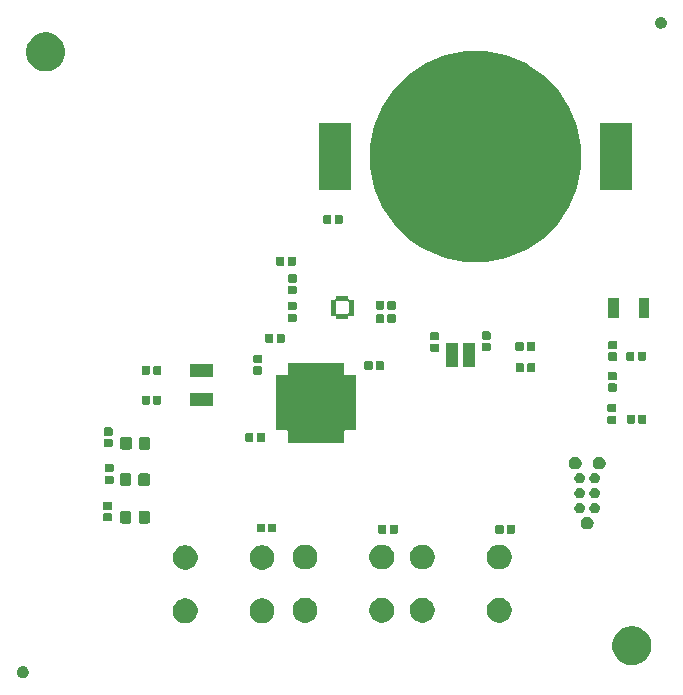
<source format=gbr>
G04 #@! TF.GenerationSoftware,KiCad,Pcbnew,(5.1.5)-3*
G04 #@! TF.CreationDate,2020-02-29T16:25:42-03:00*
G04 #@! TF.ProjectId,BKR01AT,424b5230-3141-4542-9e6b-696361645f70,rev?*
G04 #@! TF.SameCoordinates,Original*
G04 #@! TF.FileFunction,Soldermask,Top*
G04 #@! TF.FilePolarity,Negative*
%FSLAX46Y46*%
G04 Gerber Fmt 4.6, Leading zero omitted, Abs format (unit mm)*
G04 Created by KiCad (PCBNEW (5.1.5)-3) date 2020-02-29 16:25:42*
%MOMM*%
%LPD*%
G04 APERTURE LIST*
%ADD10C,0.100000*%
G04 APERTURE END LIST*
D10*
G36*
X122840543Y-115698814D02*
G01*
X122840546Y-115698815D01*
X122840545Y-115698815D01*
X122931539Y-115736506D01*
X122972763Y-115764051D01*
X123013430Y-115791224D01*
X123083076Y-115860870D01*
X123137795Y-115942763D01*
X123175486Y-116033757D01*
X123194700Y-116130353D01*
X123194700Y-116228847D01*
X123175486Y-116325443D01*
X123175485Y-116325445D01*
X123137794Y-116416439D01*
X123083075Y-116498331D01*
X123013431Y-116567975D01*
X122931539Y-116622694D01*
X122931538Y-116622695D01*
X122931537Y-116622695D01*
X122840543Y-116660386D01*
X122743947Y-116679600D01*
X122645453Y-116679600D01*
X122548857Y-116660386D01*
X122457863Y-116622695D01*
X122457862Y-116622695D01*
X122457861Y-116622694D01*
X122375969Y-116567975D01*
X122306325Y-116498331D01*
X122251606Y-116416439D01*
X122213915Y-116325445D01*
X122213914Y-116325443D01*
X122194700Y-116228847D01*
X122194700Y-116130353D01*
X122213914Y-116033757D01*
X122251605Y-115942763D01*
X122306324Y-115860870D01*
X122375970Y-115791224D01*
X122416637Y-115764051D01*
X122457861Y-115736506D01*
X122548855Y-115698815D01*
X122548854Y-115698815D01*
X122548857Y-115698814D01*
X122645453Y-115679600D01*
X122743947Y-115679600D01*
X122840543Y-115698814D01*
G37*
G36*
X174631956Y-112348398D02*
G01*
X174738279Y-112369547D01*
X175038742Y-112494003D01*
X175309151Y-112674685D01*
X175539115Y-112904649D01*
X175719797Y-113175058D01*
X175844253Y-113475521D01*
X175907700Y-113794491D01*
X175907700Y-114119709D01*
X175844253Y-114438679D01*
X175719797Y-114739142D01*
X175539115Y-115009551D01*
X175309151Y-115239515D01*
X175038742Y-115420197D01*
X174738279Y-115544653D01*
X174631956Y-115565802D01*
X174419311Y-115608100D01*
X174094089Y-115608100D01*
X173881444Y-115565802D01*
X173775121Y-115544653D01*
X173474658Y-115420197D01*
X173204249Y-115239515D01*
X172974285Y-115009551D01*
X172793603Y-114739142D01*
X172669147Y-114438679D01*
X172605700Y-114119709D01*
X172605700Y-113794491D01*
X172669147Y-113475521D01*
X172793603Y-113175058D01*
X172974285Y-112904649D01*
X173204249Y-112674685D01*
X173474658Y-112494003D01*
X173775121Y-112369547D01*
X173881444Y-112348398D01*
X174094089Y-112306100D01*
X174419311Y-112306100D01*
X174631956Y-112348398D01*
G37*
G36*
X136755364Y-109978889D02*
G01*
X136946633Y-110058115D01*
X136946635Y-110058116D01*
X137118773Y-110173135D01*
X137265165Y-110319527D01*
X137354728Y-110453567D01*
X137380185Y-110491667D01*
X137459411Y-110682936D01*
X137499800Y-110885984D01*
X137499800Y-111093016D01*
X137459411Y-111296064D01*
X137380185Y-111487333D01*
X137380184Y-111487335D01*
X137265165Y-111659473D01*
X137118773Y-111805865D01*
X136946635Y-111920884D01*
X136946634Y-111920885D01*
X136946633Y-111920885D01*
X136755364Y-112000111D01*
X136552316Y-112040500D01*
X136345284Y-112040500D01*
X136142236Y-112000111D01*
X135950967Y-111920885D01*
X135950966Y-111920885D01*
X135950965Y-111920884D01*
X135778827Y-111805865D01*
X135632435Y-111659473D01*
X135517416Y-111487335D01*
X135517415Y-111487333D01*
X135438189Y-111296064D01*
X135397800Y-111093016D01*
X135397800Y-110885984D01*
X135438189Y-110682936D01*
X135517415Y-110491667D01*
X135542873Y-110453567D01*
X135632435Y-110319527D01*
X135778827Y-110173135D01*
X135950965Y-110058116D01*
X135950967Y-110058115D01*
X136142236Y-109978889D01*
X136345284Y-109938500D01*
X136552316Y-109938500D01*
X136755364Y-109978889D01*
G37*
G36*
X143255364Y-109978889D02*
G01*
X143446633Y-110058115D01*
X143446635Y-110058116D01*
X143618773Y-110173135D01*
X143765165Y-110319527D01*
X143854728Y-110453567D01*
X143880185Y-110491667D01*
X143959411Y-110682936D01*
X143999800Y-110885984D01*
X143999800Y-111093016D01*
X143959411Y-111296064D01*
X143880185Y-111487333D01*
X143880184Y-111487335D01*
X143765165Y-111659473D01*
X143618773Y-111805865D01*
X143446635Y-111920884D01*
X143446634Y-111920885D01*
X143446633Y-111920885D01*
X143255364Y-112000111D01*
X143052316Y-112040500D01*
X142845284Y-112040500D01*
X142642236Y-112000111D01*
X142450967Y-111920885D01*
X142450966Y-111920885D01*
X142450965Y-111920884D01*
X142278827Y-111805865D01*
X142132435Y-111659473D01*
X142017416Y-111487335D01*
X142017415Y-111487333D01*
X141938189Y-111296064D01*
X141897800Y-111093016D01*
X141897800Y-110885984D01*
X141938189Y-110682936D01*
X142017415Y-110491667D01*
X142042873Y-110453567D01*
X142132435Y-110319527D01*
X142278827Y-110173135D01*
X142450965Y-110058116D01*
X142450967Y-110058115D01*
X142642236Y-109978889D01*
X142845284Y-109938500D01*
X143052316Y-109938500D01*
X143255364Y-109978889D01*
G37*
G36*
X156834064Y-109940789D02*
G01*
X157025333Y-110020015D01*
X157025335Y-110020016D01*
X157197473Y-110135035D01*
X157343865Y-110281427D01*
X157458885Y-110453567D01*
X157538111Y-110644836D01*
X157578500Y-110847884D01*
X157578500Y-111054916D01*
X157538111Y-111257964D01*
X157522329Y-111296065D01*
X157458884Y-111449235D01*
X157343865Y-111621373D01*
X157197473Y-111767765D01*
X157025335Y-111882784D01*
X157025334Y-111882785D01*
X157025333Y-111882785D01*
X156834064Y-111962011D01*
X156631016Y-112002400D01*
X156423984Y-112002400D01*
X156220936Y-111962011D01*
X156029667Y-111882785D01*
X156029666Y-111882785D01*
X156029665Y-111882784D01*
X155857527Y-111767765D01*
X155711135Y-111621373D01*
X155596116Y-111449235D01*
X155532671Y-111296065D01*
X155516889Y-111257964D01*
X155476500Y-111054916D01*
X155476500Y-110847884D01*
X155516889Y-110644836D01*
X155596115Y-110453567D01*
X155711135Y-110281427D01*
X155857527Y-110135035D01*
X156029665Y-110020016D01*
X156029667Y-110020015D01*
X156220936Y-109940789D01*
X156423984Y-109900400D01*
X156631016Y-109900400D01*
X156834064Y-109940789D01*
G37*
G36*
X163334064Y-109940789D02*
G01*
X163525333Y-110020015D01*
X163525335Y-110020016D01*
X163697473Y-110135035D01*
X163843865Y-110281427D01*
X163958885Y-110453567D01*
X164038111Y-110644836D01*
X164078500Y-110847884D01*
X164078500Y-111054916D01*
X164038111Y-111257964D01*
X164022329Y-111296065D01*
X163958884Y-111449235D01*
X163843865Y-111621373D01*
X163697473Y-111767765D01*
X163525335Y-111882784D01*
X163525334Y-111882785D01*
X163525333Y-111882785D01*
X163334064Y-111962011D01*
X163131016Y-112002400D01*
X162923984Y-112002400D01*
X162720936Y-111962011D01*
X162529667Y-111882785D01*
X162529666Y-111882785D01*
X162529665Y-111882784D01*
X162357527Y-111767765D01*
X162211135Y-111621373D01*
X162096116Y-111449235D01*
X162032671Y-111296065D01*
X162016889Y-111257964D01*
X161976500Y-111054916D01*
X161976500Y-110847884D01*
X162016889Y-110644836D01*
X162096115Y-110453567D01*
X162211135Y-110281427D01*
X162357527Y-110135035D01*
X162529665Y-110020016D01*
X162529667Y-110020015D01*
X162720936Y-109940789D01*
X162923984Y-109900400D01*
X163131016Y-109900400D01*
X163334064Y-109940789D01*
G37*
G36*
X153402664Y-109940789D02*
G01*
X153593933Y-110020015D01*
X153593935Y-110020016D01*
X153766073Y-110135035D01*
X153912465Y-110281427D01*
X154027485Y-110453567D01*
X154106711Y-110644836D01*
X154147100Y-110847884D01*
X154147100Y-111054916D01*
X154106711Y-111257964D01*
X154090929Y-111296065D01*
X154027484Y-111449235D01*
X153912465Y-111621373D01*
X153766073Y-111767765D01*
X153593935Y-111882784D01*
X153593934Y-111882785D01*
X153593933Y-111882785D01*
X153402664Y-111962011D01*
X153199616Y-112002400D01*
X152992584Y-112002400D01*
X152789536Y-111962011D01*
X152598267Y-111882785D01*
X152598266Y-111882785D01*
X152598265Y-111882784D01*
X152426127Y-111767765D01*
X152279735Y-111621373D01*
X152164716Y-111449235D01*
X152101271Y-111296065D01*
X152085489Y-111257964D01*
X152045100Y-111054916D01*
X152045100Y-110847884D01*
X152085489Y-110644836D01*
X152164715Y-110453567D01*
X152279735Y-110281427D01*
X152426127Y-110135035D01*
X152598265Y-110020016D01*
X152598267Y-110020015D01*
X152789536Y-109940789D01*
X152992584Y-109900400D01*
X153199616Y-109900400D01*
X153402664Y-109940789D01*
G37*
G36*
X146902664Y-109940789D02*
G01*
X147093933Y-110020015D01*
X147093935Y-110020016D01*
X147266073Y-110135035D01*
X147412465Y-110281427D01*
X147527485Y-110453567D01*
X147606711Y-110644836D01*
X147647100Y-110847884D01*
X147647100Y-111054916D01*
X147606711Y-111257964D01*
X147590929Y-111296065D01*
X147527484Y-111449235D01*
X147412465Y-111621373D01*
X147266073Y-111767765D01*
X147093935Y-111882784D01*
X147093934Y-111882785D01*
X147093933Y-111882785D01*
X146902664Y-111962011D01*
X146699616Y-112002400D01*
X146492584Y-112002400D01*
X146289536Y-111962011D01*
X146098267Y-111882785D01*
X146098266Y-111882785D01*
X146098265Y-111882784D01*
X145926127Y-111767765D01*
X145779735Y-111621373D01*
X145664716Y-111449235D01*
X145601271Y-111296065D01*
X145585489Y-111257964D01*
X145545100Y-111054916D01*
X145545100Y-110847884D01*
X145585489Y-110644836D01*
X145664715Y-110453567D01*
X145779735Y-110281427D01*
X145926127Y-110135035D01*
X146098265Y-110020016D01*
X146098267Y-110020015D01*
X146289536Y-109940789D01*
X146492584Y-109900400D01*
X146699616Y-109900400D01*
X146902664Y-109940789D01*
G37*
G36*
X143255364Y-105478889D02*
G01*
X143446633Y-105558115D01*
X143446635Y-105558116D01*
X143618773Y-105673135D01*
X143765165Y-105819527D01*
X143854728Y-105953567D01*
X143880185Y-105991667D01*
X143959411Y-106182936D01*
X143999800Y-106385984D01*
X143999800Y-106593016D01*
X143959411Y-106796064D01*
X143880185Y-106987333D01*
X143880184Y-106987335D01*
X143765165Y-107159473D01*
X143618773Y-107305865D01*
X143446635Y-107420884D01*
X143446634Y-107420885D01*
X143446633Y-107420885D01*
X143255364Y-107500111D01*
X143052316Y-107540500D01*
X142845284Y-107540500D01*
X142642236Y-107500111D01*
X142450967Y-107420885D01*
X142450966Y-107420885D01*
X142450965Y-107420884D01*
X142278827Y-107305865D01*
X142132435Y-107159473D01*
X142017416Y-106987335D01*
X142017415Y-106987333D01*
X141938189Y-106796064D01*
X141897800Y-106593016D01*
X141897800Y-106385984D01*
X141938189Y-106182936D01*
X142017415Y-105991667D01*
X142042873Y-105953567D01*
X142132435Y-105819527D01*
X142278827Y-105673135D01*
X142450965Y-105558116D01*
X142450967Y-105558115D01*
X142642236Y-105478889D01*
X142845284Y-105438500D01*
X143052316Y-105438500D01*
X143255364Y-105478889D01*
G37*
G36*
X136755364Y-105478889D02*
G01*
X136946633Y-105558115D01*
X136946635Y-105558116D01*
X137118773Y-105673135D01*
X137265165Y-105819527D01*
X137354728Y-105953567D01*
X137380185Y-105991667D01*
X137459411Y-106182936D01*
X137499800Y-106385984D01*
X137499800Y-106593016D01*
X137459411Y-106796064D01*
X137380185Y-106987333D01*
X137380184Y-106987335D01*
X137265165Y-107159473D01*
X137118773Y-107305865D01*
X136946635Y-107420884D01*
X136946634Y-107420885D01*
X136946633Y-107420885D01*
X136755364Y-107500111D01*
X136552316Y-107540500D01*
X136345284Y-107540500D01*
X136142236Y-107500111D01*
X135950967Y-107420885D01*
X135950966Y-107420885D01*
X135950965Y-107420884D01*
X135778827Y-107305865D01*
X135632435Y-107159473D01*
X135517416Y-106987335D01*
X135517415Y-106987333D01*
X135438189Y-106796064D01*
X135397800Y-106593016D01*
X135397800Y-106385984D01*
X135438189Y-106182936D01*
X135517415Y-105991667D01*
X135542873Y-105953567D01*
X135632435Y-105819527D01*
X135778827Y-105673135D01*
X135950965Y-105558116D01*
X135950967Y-105558115D01*
X136142236Y-105478889D01*
X136345284Y-105438500D01*
X136552316Y-105438500D01*
X136755364Y-105478889D01*
G37*
G36*
X146902664Y-105440789D02*
G01*
X147093933Y-105520015D01*
X147093935Y-105520016D01*
X147266073Y-105635035D01*
X147412465Y-105781427D01*
X147527485Y-105953567D01*
X147606711Y-106144836D01*
X147647100Y-106347884D01*
X147647100Y-106554916D01*
X147606711Y-106757964D01*
X147590929Y-106796065D01*
X147527484Y-106949235D01*
X147412465Y-107121373D01*
X147266073Y-107267765D01*
X147093935Y-107382784D01*
X147093934Y-107382785D01*
X147093933Y-107382785D01*
X146902664Y-107462011D01*
X146699616Y-107502400D01*
X146492584Y-107502400D01*
X146289536Y-107462011D01*
X146098267Y-107382785D01*
X146098266Y-107382785D01*
X146098265Y-107382784D01*
X145926127Y-107267765D01*
X145779735Y-107121373D01*
X145664716Y-106949235D01*
X145601271Y-106796065D01*
X145585489Y-106757964D01*
X145545100Y-106554916D01*
X145545100Y-106347884D01*
X145585489Y-106144836D01*
X145664715Y-105953567D01*
X145779735Y-105781427D01*
X145926127Y-105635035D01*
X146098265Y-105520016D01*
X146098267Y-105520015D01*
X146289536Y-105440789D01*
X146492584Y-105400400D01*
X146699616Y-105400400D01*
X146902664Y-105440789D01*
G37*
G36*
X163334064Y-105440789D02*
G01*
X163525333Y-105520015D01*
X163525335Y-105520016D01*
X163697473Y-105635035D01*
X163843865Y-105781427D01*
X163958885Y-105953567D01*
X164038111Y-106144836D01*
X164078500Y-106347884D01*
X164078500Y-106554916D01*
X164038111Y-106757964D01*
X164022329Y-106796065D01*
X163958884Y-106949235D01*
X163843865Y-107121373D01*
X163697473Y-107267765D01*
X163525335Y-107382784D01*
X163525334Y-107382785D01*
X163525333Y-107382785D01*
X163334064Y-107462011D01*
X163131016Y-107502400D01*
X162923984Y-107502400D01*
X162720936Y-107462011D01*
X162529667Y-107382785D01*
X162529666Y-107382785D01*
X162529665Y-107382784D01*
X162357527Y-107267765D01*
X162211135Y-107121373D01*
X162096116Y-106949235D01*
X162032671Y-106796065D01*
X162016889Y-106757964D01*
X161976500Y-106554916D01*
X161976500Y-106347884D01*
X162016889Y-106144836D01*
X162096115Y-105953567D01*
X162211135Y-105781427D01*
X162357527Y-105635035D01*
X162529665Y-105520016D01*
X162529667Y-105520015D01*
X162720936Y-105440789D01*
X162923984Y-105400400D01*
X163131016Y-105400400D01*
X163334064Y-105440789D01*
G37*
G36*
X156834064Y-105440789D02*
G01*
X157025333Y-105520015D01*
X157025335Y-105520016D01*
X157197473Y-105635035D01*
X157343865Y-105781427D01*
X157458885Y-105953567D01*
X157538111Y-106144836D01*
X157578500Y-106347884D01*
X157578500Y-106554916D01*
X157538111Y-106757964D01*
X157522329Y-106796065D01*
X157458884Y-106949235D01*
X157343865Y-107121373D01*
X157197473Y-107267765D01*
X157025335Y-107382784D01*
X157025334Y-107382785D01*
X157025333Y-107382785D01*
X156834064Y-107462011D01*
X156631016Y-107502400D01*
X156423984Y-107502400D01*
X156220936Y-107462011D01*
X156029667Y-107382785D01*
X156029666Y-107382785D01*
X156029665Y-107382784D01*
X155857527Y-107267765D01*
X155711135Y-107121373D01*
X155596116Y-106949235D01*
X155532671Y-106796065D01*
X155516889Y-106757964D01*
X155476500Y-106554916D01*
X155476500Y-106347884D01*
X155516889Y-106144836D01*
X155596115Y-105953567D01*
X155711135Y-105781427D01*
X155857527Y-105635035D01*
X156029665Y-105520016D01*
X156029667Y-105520015D01*
X156220936Y-105440789D01*
X156423984Y-105400400D01*
X156631016Y-105400400D01*
X156834064Y-105440789D01*
G37*
G36*
X153402664Y-105440789D02*
G01*
X153593933Y-105520015D01*
X153593935Y-105520016D01*
X153766073Y-105635035D01*
X153912465Y-105781427D01*
X154027485Y-105953567D01*
X154106711Y-106144836D01*
X154147100Y-106347884D01*
X154147100Y-106554916D01*
X154106711Y-106757964D01*
X154090929Y-106796065D01*
X154027484Y-106949235D01*
X153912465Y-107121373D01*
X153766073Y-107267765D01*
X153593935Y-107382784D01*
X153593934Y-107382785D01*
X153593933Y-107382785D01*
X153402664Y-107462011D01*
X153199616Y-107502400D01*
X152992584Y-107502400D01*
X152789536Y-107462011D01*
X152598267Y-107382785D01*
X152598266Y-107382785D01*
X152598265Y-107382784D01*
X152426127Y-107267765D01*
X152279735Y-107121373D01*
X152164716Y-106949235D01*
X152101271Y-106796065D01*
X152085489Y-106757964D01*
X152045100Y-106554916D01*
X152045100Y-106347884D01*
X152085489Y-106144836D01*
X152164715Y-105953567D01*
X152279735Y-105781427D01*
X152426127Y-105635035D01*
X152598265Y-105520016D01*
X152598267Y-105520015D01*
X152789536Y-105440789D01*
X152992584Y-105400400D01*
X153199616Y-105400400D01*
X153402664Y-105440789D01*
G37*
G36*
X154363538Y-103733616D02*
G01*
X154384157Y-103739871D01*
X154403153Y-103750024D01*
X154419808Y-103763692D01*
X154433476Y-103780347D01*
X154443629Y-103799343D01*
X154449884Y-103819962D01*
X154452600Y-103847540D01*
X154452600Y-104356260D01*
X154449884Y-104383838D01*
X154443629Y-104404457D01*
X154433476Y-104423453D01*
X154419808Y-104440108D01*
X154403153Y-104453776D01*
X154384157Y-104463929D01*
X154363538Y-104470184D01*
X154335960Y-104472900D01*
X153877240Y-104472900D01*
X153849662Y-104470184D01*
X153829043Y-104463929D01*
X153810047Y-104453776D01*
X153793392Y-104440108D01*
X153779724Y-104423453D01*
X153769571Y-104404457D01*
X153763316Y-104383838D01*
X153760600Y-104356260D01*
X153760600Y-103847540D01*
X153763316Y-103819962D01*
X153769571Y-103799343D01*
X153779724Y-103780347D01*
X153793392Y-103763692D01*
X153810047Y-103750024D01*
X153829043Y-103739871D01*
X153849662Y-103733616D01*
X153877240Y-103730900D01*
X154335960Y-103730900D01*
X154363538Y-103733616D01*
G37*
G36*
X164282238Y-103733616D02*
G01*
X164302857Y-103739871D01*
X164321853Y-103750024D01*
X164338508Y-103763692D01*
X164352176Y-103780347D01*
X164362329Y-103799343D01*
X164368584Y-103819962D01*
X164371300Y-103847540D01*
X164371300Y-104356260D01*
X164368584Y-104383838D01*
X164362329Y-104404457D01*
X164352176Y-104423453D01*
X164338508Y-104440108D01*
X164321853Y-104453776D01*
X164302857Y-104463929D01*
X164282238Y-104470184D01*
X164254660Y-104472900D01*
X163795940Y-104472900D01*
X163768362Y-104470184D01*
X163747743Y-104463929D01*
X163728747Y-104453776D01*
X163712092Y-104440108D01*
X163698424Y-104423453D01*
X163688271Y-104404457D01*
X163682016Y-104383838D01*
X163679300Y-104356260D01*
X163679300Y-103847540D01*
X163682016Y-103819962D01*
X163688271Y-103799343D01*
X163698424Y-103780347D01*
X163712092Y-103763692D01*
X163728747Y-103750024D01*
X163747743Y-103739871D01*
X163768362Y-103733616D01*
X163795940Y-103730900D01*
X164254660Y-103730900D01*
X164282238Y-103733616D01*
G37*
G36*
X163312238Y-103733616D02*
G01*
X163332857Y-103739871D01*
X163351853Y-103750024D01*
X163368508Y-103763692D01*
X163382176Y-103780347D01*
X163392329Y-103799343D01*
X163398584Y-103819962D01*
X163401300Y-103847540D01*
X163401300Y-104356260D01*
X163398584Y-104383838D01*
X163392329Y-104404457D01*
X163382176Y-104423453D01*
X163368508Y-104440108D01*
X163351853Y-104453776D01*
X163332857Y-104463929D01*
X163312238Y-104470184D01*
X163284660Y-104472900D01*
X162825940Y-104472900D01*
X162798362Y-104470184D01*
X162777743Y-104463929D01*
X162758747Y-104453776D01*
X162742092Y-104440108D01*
X162728424Y-104423453D01*
X162718271Y-104404457D01*
X162712016Y-104383838D01*
X162709300Y-104356260D01*
X162709300Y-103847540D01*
X162712016Y-103819962D01*
X162718271Y-103799343D01*
X162728424Y-103780347D01*
X162742092Y-103763692D01*
X162758747Y-103750024D01*
X162777743Y-103739871D01*
X162798362Y-103733616D01*
X162825940Y-103730900D01*
X163284660Y-103730900D01*
X163312238Y-103733616D01*
G37*
G36*
X153393538Y-103733616D02*
G01*
X153414157Y-103739871D01*
X153433153Y-103750024D01*
X153449808Y-103763692D01*
X153463476Y-103780347D01*
X153473629Y-103799343D01*
X153479884Y-103819962D01*
X153482600Y-103847540D01*
X153482600Y-104356260D01*
X153479884Y-104383838D01*
X153473629Y-104404457D01*
X153463476Y-104423453D01*
X153449808Y-104440108D01*
X153433153Y-104453776D01*
X153414157Y-104463929D01*
X153393538Y-104470184D01*
X153365960Y-104472900D01*
X152907240Y-104472900D01*
X152879662Y-104470184D01*
X152859043Y-104463929D01*
X152840047Y-104453776D01*
X152823392Y-104440108D01*
X152809724Y-104423453D01*
X152799571Y-104404457D01*
X152793316Y-104383838D01*
X152790600Y-104356260D01*
X152790600Y-103847540D01*
X152793316Y-103819962D01*
X152799571Y-103799343D01*
X152809724Y-103780347D01*
X152823392Y-103763692D01*
X152840047Y-103750024D01*
X152859043Y-103739871D01*
X152879662Y-103733616D01*
X152907240Y-103730900D01*
X153365960Y-103730900D01*
X153393538Y-103733616D01*
G37*
G36*
X143106538Y-103632016D02*
G01*
X143127157Y-103638271D01*
X143146153Y-103648424D01*
X143162808Y-103662092D01*
X143176476Y-103678747D01*
X143186629Y-103697743D01*
X143192884Y-103718362D01*
X143195600Y-103745940D01*
X143195600Y-104254660D01*
X143192884Y-104282238D01*
X143186629Y-104302857D01*
X143176476Y-104321853D01*
X143162808Y-104338508D01*
X143146153Y-104352176D01*
X143127157Y-104362329D01*
X143106538Y-104368584D01*
X143078960Y-104371300D01*
X142620240Y-104371300D01*
X142592662Y-104368584D01*
X142572043Y-104362329D01*
X142553047Y-104352176D01*
X142536392Y-104338508D01*
X142522724Y-104321853D01*
X142512571Y-104302857D01*
X142506316Y-104282238D01*
X142503600Y-104254660D01*
X142503600Y-103745940D01*
X142506316Y-103718362D01*
X142512571Y-103697743D01*
X142522724Y-103678747D01*
X142536392Y-103662092D01*
X142553047Y-103648424D01*
X142572043Y-103638271D01*
X142592662Y-103632016D01*
X142620240Y-103629300D01*
X143078960Y-103629300D01*
X143106538Y-103632016D01*
G37*
G36*
X144076538Y-103632016D02*
G01*
X144097157Y-103638271D01*
X144116153Y-103648424D01*
X144132808Y-103662092D01*
X144146476Y-103678747D01*
X144156629Y-103697743D01*
X144162884Y-103718362D01*
X144165600Y-103745940D01*
X144165600Y-104254660D01*
X144162884Y-104282238D01*
X144156629Y-104302857D01*
X144146476Y-104321853D01*
X144132808Y-104338508D01*
X144116153Y-104352176D01*
X144097157Y-104362329D01*
X144076538Y-104368584D01*
X144048960Y-104371300D01*
X143590240Y-104371300D01*
X143562662Y-104368584D01*
X143542043Y-104362329D01*
X143523047Y-104352176D01*
X143506392Y-104338508D01*
X143492724Y-104321853D01*
X143482571Y-104302857D01*
X143476316Y-104282238D01*
X143473600Y-104254660D01*
X143473600Y-103745940D01*
X143476316Y-103718362D01*
X143482571Y-103697743D01*
X143492724Y-103678747D01*
X143506392Y-103662092D01*
X143523047Y-103648424D01*
X143542043Y-103638271D01*
X143562662Y-103632016D01*
X143590240Y-103629300D01*
X144048960Y-103629300D01*
X144076538Y-103632016D01*
G37*
G36*
X170578678Y-103032697D02*
G01*
X170631450Y-103043194D01*
X170730870Y-103084375D01*
X170820346Y-103144161D01*
X170896439Y-103220254D01*
X170956225Y-103309730D01*
X170997406Y-103409150D01*
X170999312Y-103418731D01*
X171018400Y-103514693D01*
X171018400Y-103622307D01*
X171014389Y-103642469D01*
X170997406Y-103727850D01*
X170956225Y-103827270D01*
X170896439Y-103916746D01*
X170820346Y-103992839D01*
X170730870Y-104052625D01*
X170631450Y-104093806D01*
X170578678Y-104104303D01*
X170525907Y-104114800D01*
X170418293Y-104114800D01*
X170365522Y-104104303D01*
X170312750Y-104093806D01*
X170213330Y-104052625D01*
X170123854Y-103992839D01*
X170047761Y-103916746D01*
X169987975Y-103827270D01*
X169946794Y-103727850D01*
X169929811Y-103642469D01*
X169925800Y-103622307D01*
X169925800Y-103514693D01*
X169944888Y-103418731D01*
X169946794Y-103409150D01*
X169987975Y-103309730D01*
X170047761Y-103220254D01*
X170123854Y-103144161D01*
X170213330Y-103084375D01*
X170312750Y-103043194D01*
X170365522Y-103032697D01*
X170418293Y-103022200D01*
X170525907Y-103022200D01*
X170578678Y-103032697D01*
G37*
G36*
X133323791Y-102563985D02*
G01*
X133357769Y-102574293D01*
X133389090Y-102591034D01*
X133416539Y-102613561D01*
X133439066Y-102641010D01*
X133455807Y-102672331D01*
X133466115Y-102706309D01*
X133470200Y-102747790D01*
X133470200Y-103424010D01*
X133466115Y-103465491D01*
X133455807Y-103499469D01*
X133439066Y-103530790D01*
X133416539Y-103558239D01*
X133389090Y-103580766D01*
X133357769Y-103597507D01*
X133323791Y-103607815D01*
X133282310Y-103611900D01*
X132681090Y-103611900D01*
X132639609Y-103607815D01*
X132605631Y-103597507D01*
X132574310Y-103580766D01*
X132546861Y-103558239D01*
X132524334Y-103530790D01*
X132507593Y-103499469D01*
X132497285Y-103465491D01*
X132493200Y-103424010D01*
X132493200Y-102747790D01*
X132497285Y-102706309D01*
X132507593Y-102672331D01*
X132524334Y-102641010D01*
X132546861Y-102613561D01*
X132574310Y-102591034D01*
X132605631Y-102574293D01*
X132639609Y-102563985D01*
X132681090Y-102559900D01*
X133282310Y-102559900D01*
X133323791Y-102563985D01*
G37*
G36*
X131748791Y-102563985D02*
G01*
X131782769Y-102574293D01*
X131814090Y-102591034D01*
X131841539Y-102613561D01*
X131864066Y-102641010D01*
X131880807Y-102672331D01*
X131891115Y-102706309D01*
X131895200Y-102747790D01*
X131895200Y-103424010D01*
X131891115Y-103465491D01*
X131880807Y-103499469D01*
X131864066Y-103530790D01*
X131841539Y-103558239D01*
X131814090Y-103580766D01*
X131782769Y-103597507D01*
X131748791Y-103607815D01*
X131707310Y-103611900D01*
X131106090Y-103611900D01*
X131064609Y-103607815D01*
X131030631Y-103597507D01*
X130999310Y-103580766D01*
X130971861Y-103558239D01*
X130949334Y-103530790D01*
X130932593Y-103499469D01*
X130922285Y-103465491D01*
X130918200Y-103424010D01*
X130918200Y-102747790D01*
X130922285Y-102706309D01*
X130932593Y-102672331D01*
X130949334Y-102641010D01*
X130971861Y-102613561D01*
X130999310Y-102591034D01*
X131030631Y-102574293D01*
X131064609Y-102563985D01*
X131106090Y-102559900D01*
X131707310Y-102559900D01*
X131748791Y-102563985D01*
G37*
G36*
X130139438Y-102742616D02*
G01*
X130160057Y-102748871D01*
X130179053Y-102759024D01*
X130195708Y-102772692D01*
X130209376Y-102789347D01*
X130219529Y-102808343D01*
X130225784Y-102828962D01*
X130228500Y-102856540D01*
X130228500Y-103315260D01*
X130225784Y-103342838D01*
X130219529Y-103363457D01*
X130209376Y-103382453D01*
X130195708Y-103399108D01*
X130179053Y-103412776D01*
X130160057Y-103422929D01*
X130139438Y-103429184D01*
X130111860Y-103431900D01*
X129603140Y-103431900D01*
X129575562Y-103429184D01*
X129554943Y-103422929D01*
X129535947Y-103412776D01*
X129519292Y-103399108D01*
X129505624Y-103382453D01*
X129495471Y-103363457D01*
X129489216Y-103342838D01*
X129486500Y-103315260D01*
X129486500Y-102856540D01*
X129489216Y-102828962D01*
X129495471Y-102808343D01*
X129505624Y-102789347D01*
X129519292Y-102772692D01*
X129535947Y-102759024D01*
X129554943Y-102748871D01*
X129575562Y-102742616D01*
X129603140Y-102739900D01*
X130111860Y-102739900D01*
X130139438Y-102742616D01*
G37*
G36*
X169966814Y-101870889D02*
G01*
X170047745Y-101904412D01*
X170120580Y-101953079D01*
X170182521Y-102015020D01*
X170182522Y-102015022D01*
X170231189Y-102087857D01*
X170264711Y-102168786D01*
X170281800Y-102254699D01*
X170281800Y-102342301D01*
X170268089Y-102411229D01*
X170264711Y-102428214D01*
X170231188Y-102509145D01*
X170182521Y-102581980D01*
X170120580Y-102643921D01*
X170047745Y-102692588D01*
X170047744Y-102692589D01*
X170047743Y-102692589D01*
X169966814Y-102726111D01*
X169880901Y-102743200D01*
X169793299Y-102743200D01*
X169707386Y-102726111D01*
X169626457Y-102692589D01*
X169626456Y-102692589D01*
X169626455Y-102692588D01*
X169553620Y-102643921D01*
X169491679Y-102581980D01*
X169443012Y-102509145D01*
X169409489Y-102428214D01*
X169406111Y-102411229D01*
X169392400Y-102342301D01*
X169392400Y-102254699D01*
X169409489Y-102168786D01*
X169443011Y-102087857D01*
X169491678Y-102015022D01*
X169491679Y-102015020D01*
X169553620Y-101953079D01*
X169626455Y-101904412D01*
X169707386Y-101870889D01*
X169793299Y-101853800D01*
X169880901Y-101853800D01*
X169966814Y-101870889D01*
G37*
G36*
X171236814Y-101870889D02*
G01*
X171317745Y-101904412D01*
X171390580Y-101953079D01*
X171452521Y-102015020D01*
X171452522Y-102015022D01*
X171501189Y-102087857D01*
X171534711Y-102168786D01*
X171551800Y-102254699D01*
X171551800Y-102342301D01*
X171538089Y-102411229D01*
X171534711Y-102428214D01*
X171501188Y-102509145D01*
X171452521Y-102581980D01*
X171390580Y-102643921D01*
X171317745Y-102692588D01*
X171317744Y-102692589D01*
X171317743Y-102692589D01*
X171236814Y-102726111D01*
X171150901Y-102743200D01*
X171063299Y-102743200D01*
X170977386Y-102726111D01*
X170896457Y-102692589D01*
X170896456Y-102692589D01*
X170896455Y-102692588D01*
X170823620Y-102643921D01*
X170761679Y-102581980D01*
X170713012Y-102509145D01*
X170679489Y-102428214D01*
X170676111Y-102411229D01*
X170662400Y-102342301D01*
X170662400Y-102254699D01*
X170679489Y-102168786D01*
X170713011Y-102087857D01*
X170761678Y-102015022D01*
X170761679Y-102015020D01*
X170823620Y-101953079D01*
X170896455Y-101904412D01*
X170977386Y-101870889D01*
X171063299Y-101853800D01*
X171150901Y-101853800D01*
X171236814Y-101870889D01*
G37*
G36*
X130139438Y-101772616D02*
G01*
X130160057Y-101778871D01*
X130179053Y-101789024D01*
X130195708Y-101802692D01*
X130209376Y-101819347D01*
X130219529Y-101838343D01*
X130225784Y-101858962D01*
X130228500Y-101886540D01*
X130228500Y-102345260D01*
X130225784Y-102372838D01*
X130219529Y-102393457D01*
X130209376Y-102412453D01*
X130195708Y-102429108D01*
X130179053Y-102442776D01*
X130160057Y-102452929D01*
X130139438Y-102459184D01*
X130111860Y-102461900D01*
X129603140Y-102461900D01*
X129575562Y-102459184D01*
X129554943Y-102452929D01*
X129535947Y-102442776D01*
X129519292Y-102429108D01*
X129505624Y-102412453D01*
X129495471Y-102393457D01*
X129489216Y-102372838D01*
X129486500Y-102345260D01*
X129486500Y-101886540D01*
X129489216Y-101858962D01*
X129495471Y-101838343D01*
X129505624Y-101819347D01*
X129519292Y-101802692D01*
X129535947Y-101789024D01*
X129554943Y-101778871D01*
X129575562Y-101772616D01*
X129603140Y-101769900D01*
X130111860Y-101769900D01*
X130139438Y-101772616D01*
G37*
G36*
X171236814Y-100600889D02*
G01*
X171317745Y-100634412D01*
X171390580Y-100683079D01*
X171452521Y-100745020D01*
X171501188Y-100817855D01*
X171534711Y-100898786D01*
X171551800Y-100984701D01*
X171551800Y-101072299D01*
X171534711Y-101158214D01*
X171501188Y-101239145D01*
X171452521Y-101311980D01*
X171390580Y-101373921D01*
X171317745Y-101422588D01*
X171317744Y-101422589D01*
X171317743Y-101422589D01*
X171236814Y-101456111D01*
X171150901Y-101473200D01*
X171063299Y-101473200D01*
X170977386Y-101456111D01*
X170896457Y-101422589D01*
X170896456Y-101422589D01*
X170896455Y-101422588D01*
X170823620Y-101373921D01*
X170761679Y-101311980D01*
X170713012Y-101239145D01*
X170679489Y-101158214D01*
X170662400Y-101072299D01*
X170662400Y-100984701D01*
X170679489Y-100898786D01*
X170713012Y-100817855D01*
X170761679Y-100745020D01*
X170823620Y-100683079D01*
X170896455Y-100634412D01*
X170977386Y-100600889D01*
X171063299Y-100583800D01*
X171150901Y-100583800D01*
X171236814Y-100600889D01*
G37*
G36*
X169966814Y-100600889D02*
G01*
X170047745Y-100634412D01*
X170120580Y-100683079D01*
X170182521Y-100745020D01*
X170231188Y-100817855D01*
X170264711Y-100898786D01*
X170281800Y-100984701D01*
X170281800Y-101072299D01*
X170264711Y-101158214D01*
X170231188Y-101239145D01*
X170182521Y-101311980D01*
X170120580Y-101373921D01*
X170047745Y-101422588D01*
X170047744Y-101422589D01*
X170047743Y-101422589D01*
X169966814Y-101456111D01*
X169880901Y-101473200D01*
X169793299Y-101473200D01*
X169707386Y-101456111D01*
X169626457Y-101422589D01*
X169626456Y-101422589D01*
X169626455Y-101422588D01*
X169553620Y-101373921D01*
X169491679Y-101311980D01*
X169443012Y-101239145D01*
X169409489Y-101158214D01*
X169392400Y-101072299D01*
X169392400Y-100984701D01*
X169409489Y-100898786D01*
X169443012Y-100817855D01*
X169491679Y-100745020D01*
X169553620Y-100683079D01*
X169626455Y-100634412D01*
X169707386Y-100600889D01*
X169793299Y-100583800D01*
X169880901Y-100583800D01*
X169966814Y-100600889D01*
G37*
G36*
X133311291Y-99376285D02*
G01*
X133345269Y-99386593D01*
X133376590Y-99403334D01*
X133404039Y-99425861D01*
X133426566Y-99453310D01*
X133443307Y-99484631D01*
X133453615Y-99518609D01*
X133457700Y-99560090D01*
X133457700Y-100236310D01*
X133453615Y-100277791D01*
X133443307Y-100311769D01*
X133426566Y-100343090D01*
X133404039Y-100370539D01*
X133376590Y-100393066D01*
X133345269Y-100409807D01*
X133311291Y-100420115D01*
X133269810Y-100424200D01*
X132668590Y-100424200D01*
X132627109Y-100420115D01*
X132593131Y-100409807D01*
X132561810Y-100393066D01*
X132534361Y-100370539D01*
X132511834Y-100343090D01*
X132495093Y-100311769D01*
X132484785Y-100277791D01*
X132480700Y-100236310D01*
X132480700Y-99560090D01*
X132484785Y-99518609D01*
X132495093Y-99484631D01*
X132511834Y-99453310D01*
X132534361Y-99425861D01*
X132561810Y-99403334D01*
X132593131Y-99386593D01*
X132627109Y-99376285D01*
X132668590Y-99372200D01*
X133269810Y-99372200D01*
X133311291Y-99376285D01*
G37*
G36*
X131736291Y-99376285D02*
G01*
X131770269Y-99386593D01*
X131801590Y-99403334D01*
X131829039Y-99425861D01*
X131851566Y-99453310D01*
X131868307Y-99484631D01*
X131878615Y-99518609D01*
X131882700Y-99560090D01*
X131882700Y-100236310D01*
X131878615Y-100277791D01*
X131868307Y-100311769D01*
X131851566Y-100343090D01*
X131829039Y-100370539D01*
X131801590Y-100393066D01*
X131770269Y-100409807D01*
X131736291Y-100420115D01*
X131694810Y-100424200D01*
X131093590Y-100424200D01*
X131052109Y-100420115D01*
X131018131Y-100409807D01*
X130986810Y-100393066D01*
X130959361Y-100370539D01*
X130936834Y-100343090D01*
X130920093Y-100311769D01*
X130909785Y-100277791D01*
X130905700Y-100236310D01*
X130905700Y-99560090D01*
X130909785Y-99518609D01*
X130920093Y-99484631D01*
X130936834Y-99453310D01*
X130959361Y-99425861D01*
X130986810Y-99403334D01*
X131018131Y-99386593D01*
X131052109Y-99376285D01*
X131093590Y-99372200D01*
X131694810Y-99372200D01*
X131736291Y-99376285D01*
G37*
G36*
X130291838Y-99554916D02*
G01*
X130312457Y-99561171D01*
X130331453Y-99571324D01*
X130348108Y-99584992D01*
X130361776Y-99601647D01*
X130371929Y-99620643D01*
X130378184Y-99641262D01*
X130380900Y-99668840D01*
X130380900Y-100127560D01*
X130378184Y-100155138D01*
X130371929Y-100175757D01*
X130361776Y-100194753D01*
X130348108Y-100211408D01*
X130331453Y-100225076D01*
X130312457Y-100235229D01*
X130291838Y-100241484D01*
X130264260Y-100244200D01*
X129755540Y-100244200D01*
X129727962Y-100241484D01*
X129707343Y-100235229D01*
X129688347Y-100225076D01*
X129671692Y-100211408D01*
X129658024Y-100194753D01*
X129647871Y-100175757D01*
X129641616Y-100155138D01*
X129638900Y-100127560D01*
X129638900Y-99668840D01*
X129641616Y-99641262D01*
X129647871Y-99620643D01*
X129658024Y-99601647D01*
X129671692Y-99584992D01*
X129688347Y-99571324D01*
X129707343Y-99561171D01*
X129727962Y-99554916D01*
X129755540Y-99552200D01*
X130264260Y-99552200D01*
X130291838Y-99554916D01*
G37*
G36*
X169966814Y-99330889D02*
G01*
X170047745Y-99364412D01*
X170120580Y-99413079D01*
X170182521Y-99475020D01*
X170231188Y-99547855D01*
X170264711Y-99628786D01*
X170281800Y-99714701D01*
X170281800Y-99802299D01*
X170264711Y-99888214D01*
X170231188Y-99969145D01*
X170182521Y-100041980D01*
X170120580Y-100103921D01*
X170047745Y-100152588D01*
X170047744Y-100152589D01*
X170047743Y-100152589D01*
X169966814Y-100186111D01*
X169880901Y-100203200D01*
X169793299Y-100203200D01*
X169707386Y-100186111D01*
X169626457Y-100152589D01*
X169626456Y-100152589D01*
X169626455Y-100152588D01*
X169553620Y-100103921D01*
X169491679Y-100041980D01*
X169443012Y-99969145D01*
X169409489Y-99888214D01*
X169392400Y-99802299D01*
X169392400Y-99714701D01*
X169409489Y-99628786D01*
X169443012Y-99547855D01*
X169491679Y-99475020D01*
X169553620Y-99413079D01*
X169626455Y-99364412D01*
X169707386Y-99330889D01*
X169793299Y-99313800D01*
X169880901Y-99313800D01*
X169966814Y-99330889D01*
G37*
G36*
X171236814Y-99330889D02*
G01*
X171317745Y-99364412D01*
X171390580Y-99413079D01*
X171452521Y-99475020D01*
X171501188Y-99547855D01*
X171534711Y-99628786D01*
X171551800Y-99714701D01*
X171551800Y-99802299D01*
X171534711Y-99888214D01*
X171501188Y-99969145D01*
X171452521Y-100041980D01*
X171390580Y-100103921D01*
X171317745Y-100152588D01*
X171317744Y-100152589D01*
X171317743Y-100152589D01*
X171236814Y-100186111D01*
X171150901Y-100203200D01*
X171063299Y-100203200D01*
X170977386Y-100186111D01*
X170896457Y-100152589D01*
X170896456Y-100152589D01*
X170896455Y-100152588D01*
X170823620Y-100103921D01*
X170761679Y-100041980D01*
X170713012Y-99969145D01*
X170679489Y-99888214D01*
X170662400Y-99802299D01*
X170662400Y-99714701D01*
X170679489Y-99628786D01*
X170713012Y-99547855D01*
X170761679Y-99475020D01*
X170823620Y-99413079D01*
X170896455Y-99364412D01*
X170977386Y-99330889D01*
X171063299Y-99313800D01*
X171150901Y-99313800D01*
X171236814Y-99330889D01*
G37*
G36*
X130291838Y-98584916D02*
G01*
X130312457Y-98591171D01*
X130331453Y-98601324D01*
X130348108Y-98614992D01*
X130361776Y-98631647D01*
X130371929Y-98650643D01*
X130378184Y-98671262D01*
X130380900Y-98698840D01*
X130380900Y-99157560D01*
X130378184Y-99185138D01*
X130371929Y-99205757D01*
X130361776Y-99224753D01*
X130348108Y-99241408D01*
X130331453Y-99255076D01*
X130312457Y-99265229D01*
X130291838Y-99271484D01*
X130264260Y-99274200D01*
X129755540Y-99274200D01*
X129727962Y-99271484D01*
X129707343Y-99265229D01*
X129688347Y-99255076D01*
X129671692Y-99241408D01*
X129658024Y-99224753D01*
X129647871Y-99205757D01*
X129641616Y-99185138D01*
X129638900Y-99157560D01*
X129638900Y-98698840D01*
X129641616Y-98671262D01*
X129647871Y-98650643D01*
X129658024Y-98631647D01*
X129671692Y-98614992D01*
X129688347Y-98601324D01*
X129707343Y-98591171D01*
X129727962Y-98584916D01*
X129755540Y-98582200D01*
X130264260Y-98582200D01*
X130291838Y-98584916D01*
G37*
G36*
X171594678Y-97952697D02*
G01*
X171647450Y-97963194D01*
X171746870Y-98004375D01*
X171836346Y-98064161D01*
X171912439Y-98140254D01*
X171972225Y-98229730D01*
X172013406Y-98329150D01*
X172034400Y-98434694D01*
X172034400Y-98542306D01*
X172013406Y-98647850D01*
X171972225Y-98747270D01*
X171912439Y-98836746D01*
X171836346Y-98912839D01*
X171746870Y-98972625D01*
X171647450Y-99013806D01*
X171594678Y-99024303D01*
X171541907Y-99034800D01*
X171434293Y-99034800D01*
X171381522Y-99024303D01*
X171328750Y-99013806D01*
X171229330Y-98972625D01*
X171139854Y-98912839D01*
X171063761Y-98836746D01*
X171003975Y-98747270D01*
X170962794Y-98647850D01*
X170941800Y-98542306D01*
X170941800Y-98434694D01*
X170962794Y-98329150D01*
X171003975Y-98229730D01*
X171063761Y-98140254D01*
X171139854Y-98064161D01*
X171229330Y-98004375D01*
X171328750Y-97963194D01*
X171381522Y-97952697D01*
X171434293Y-97942200D01*
X171541907Y-97942200D01*
X171594678Y-97952697D01*
G37*
G36*
X169562678Y-97952697D02*
G01*
X169615450Y-97963194D01*
X169714870Y-98004375D01*
X169804346Y-98064161D01*
X169880439Y-98140254D01*
X169940225Y-98229730D01*
X169981406Y-98329150D01*
X170002400Y-98434694D01*
X170002400Y-98542306D01*
X169981406Y-98647850D01*
X169940225Y-98747270D01*
X169880439Y-98836746D01*
X169804346Y-98912839D01*
X169714870Y-98972625D01*
X169615450Y-99013806D01*
X169562678Y-99024303D01*
X169509907Y-99034800D01*
X169402293Y-99034800D01*
X169349522Y-99024303D01*
X169296750Y-99013806D01*
X169197330Y-98972625D01*
X169107854Y-98912839D01*
X169031761Y-98836746D01*
X168971975Y-98747270D01*
X168930794Y-98647850D01*
X168909800Y-98542306D01*
X168909800Y-98434694D01*
X168930794Y-98329150D01*
X168971975Y-98229730D01*
X169031761Y-98140254D01*
X169107854Y-98064161D01*
X169197330Y-98004375D01*
X169296750Y-97963194D01*
X169349522Y-97952697D01*
X169402293Y-97942200D01*
X169509907Y-97942200D01*
X169562678Y-97952697D01*
G37*
G36*
X133349191Y-96302885D02*
G01*
X133383169Y-96313193D01*
X133414490Y-96329934D01*
X133441939Y-96352461D01*
X133464466Y-96379910D01*
X133481207Y-96411231D01*
X133491515Y-96445209D01*
X133495600Y-96486690D01*
X133495600Y-97162910D01*
X133491515Y-97204391D01*
X133481207Y-97238369D01*
X133464466Y-97269690D01*
X133441939Y-97297139D01*
X133414490Y-97319666D01*
X133383169Y-97336407D01*
X133349191Y-97346715D01*
X133307710Y-97350800D01*
X132706490Y-97350800D01*
X132665009Y-97346715D01*
X132631031Y-97336407D01*
X132599710Y-97319666D01*
X132572261Y-97297139D01*
X132549734Y-97269690D01*
X132532993Y-97238369D01*
X132522685Y-97204391D01*
X132518600Y-97162910D01*
X132518600Y-96486690D01*
X132522685Y-96445209D01*
X132532993Y-96411231D01*
X132549734Y-96379910D01*
X132572261Y-96352461D01*
X132599710Y-96329934D01*
X132631031Y-96313193D01*
X132665009Y-96302885D01*
X132706490Y-96298800D01*
X133307710Y-96298800D01*
X133349191Y-96302885D01*
G37*
G36*
X131774191Y-96302885D02*
G01*
X131808169Y-96313193D01*
X131839490Y-96329934D01*
X131866939Y-96352461D01*
X131889466Y-96379910D01*
X131906207Y-96411231D01*
X131916515Y-96445209D01*
X131920600Y-96486690D01*
X131920600Y-97162910D01*
X131916515Y-97204391D01*
X131906207Y-97238369D01*
X131889466Y-97269690D01*
X131866939Y-97297139D01*
X131839490Y-97319666D01*
X131808169Y-97336407D01*
X131774191Y-97346715D01*
X131732710Y-97350800D01*
X131131490Y-97350800D01*
X131090009Y-97346715D01*
X131056031Y-97336407D01*
X131024710Y-97319666D01*
X130997261Y-97297139D01*
X130974734Y-97269690D01*
X130957993Y-97238369D01*
X130947685Y-97204391D01*
X130943600Y-97162910D01*
X130943600Y-96486690D01*
X130947685Y-96445209D01*
X130957993Y-96411231D01*
X130974734Y-96379910D01*
X130997261Y-96352461D01*
X131024710Y-96329934D01*
X131056031Y-96313193D01*
X131090009Y-96302885D01*
X131131490Y-96298800D01*
X131732710Y-96298800D01*
X131774191Y-96302885D01*
G37*
G36*
X130202938Y-96456116D02*
G01*
X130223557Y-96462371D01*
X130242553Y-96472524D01*
X130259208Y-96486192D01*
X130272876Y-96502847D01*
X130283029Y-96521843D01*
X130289284Y-96542462D01*
X130292000Y-96570040D01*
X130292000Y-97028760D01*
X130289284Y-97056338D01*
X130283029Y-97076957D01*
X130272876Y-97095953D01*
X130259208Y-97112608D01*
X130242553Y-97126276D01*
X130223557Y-97136429D01*
X130202938Y-97142684D01*
X130175360Y-97145400D01*
X129666640Y-97145400D01*
X129639062Y-97142684D01*
X129618443Y-97136429D01*
X129599447Y-97126276D01*
X129582792Y-97112608D01*
X129569124Y-97095953D01*
X129558971Y-97076957D01*
X129552716Y-97056338D01*
X129550000Y-97028760D01*
X129550000Y-96570040D01*
X129552716Y-96542462D01*
X129558971Y-96521843D01*
X129569124Y-96502847D01*
X129582792Y-96486192D01*
X129599447Y-96472524D01*
X129618443Y-96462371D01*
X129639062Y-96456116D01*
X129666640Y-96453400D01*
X130175360Y-96453400D01*
X130202938Y-96456116D01*
G37*
G36*
X145463616Y-89982943D02*
G01*
X145467756Y-89984199D01*
X145486916Y-89992135D01*
X145510950Y-89996915D01*
X145535454Y-89996915D01*
X145559487Y-89992134D01*
X145578645Y-89984199D01*
X145582784Y-89982943D01*
X145591343Y-89982100D01*
X145855057Y-89982100D01*
X145863616Y-89982943D01*
X145867756Y-89984199D01*
X145886916Y-89992135D01*
X145910950Y-89996915D01*
X145935454Y-89996915D01*
X145959487Y-89992134D01*
X145978645Y-89984199D01*
X145982784Y-89982943D01*
X145991343Y-89982100D01*
X146255057Y-89982100D01*
X146263616Y-89982943D01*
X146267756Y-89984199D01*
X146286916Y-89992135D01*
X146310950Y-89996915D01*
X146335454Y-89996915D01*
X146359487Y-89992134D01*
X146378645Y-89984199D01*
X146382784Y-89982943D01*
X146391343Y-89982100D01*
X146655057Y-89982100D01*
X146663616Y-89982943D01*
X146667756Y-89984199D01*
X146686916Y-89992135D01*
X146710950Y-89996915D01*
X146735454Y-89996915D01*
X146759487Y-89992134D01*
X146778645Y-89984199D01*
X146782784Y-89982943D01*
X146791343Y-89982100D01*
X147055057Y-89982100D01*
X147063616Y-89982943D01*
X147067756Y-89984199D01*
X147086916Y-89992135D01*
X147110950Y-89996915D01*
X147135454Y-89996915D01*
X147159487Y-89992134D01*
X147178645Y-89984199D01*
X147182784Y-89982943D01*
X147191343Y-89982100D01*
X147455057Y-89982100D01*
X147463616Y-89982943D01*
X147467756Y-89984199D01*
X147486916Y-89992135D01*
X147510950Y-89996915D01*
X147535454Y-89996915D01*
X147559487Y-89992134D01*
X147578645Y-89984199D01*
X147582784Y-89982943D01*
X147591343Y-89982100D01*
X147855057Y-89982100D01*
X147863616Y-89982943D01*
X147867756Y-89984199D01*
X147886916Y-89992135D01*
X147910950Y-89996915D01*
X147935454Y-89996915D01*
X147959487Y-89992134D01*
X147978645Y-89984199D01*
X147982784Y-89982943D01*
X147991343Y-89982100D01*
X148255057Y-89982100D01*
X148263616Y-89982943D01*
X148267756Y-89984199D01*
X148286916Y-89992135D01*
X148310950Y-89996915D01*
X148335454Y-89996915D01*
X148359487Y-89992134D01*
X148378645Y-89984199D01*
X148382784Y-89982943D01*
X148391343Y-89982100D01*
X148655057Y-89982100D01*
X148663616Y-89982943D01*
X148667756Y-89984199D01*
X148686916Y-89992135D01*
X148710950Y-89996915D01*
X148735454Y-89996915D01*
X148759487Y-89992134D01*
X148778645Y-89984199D01*
X148782784Y-89982943D01*
X148791343Y-89982100D01*
X149055057Y-89982100D01*
X149063616Y-89982943D01*
X149067756Y-89984199D01*
X149086916Y-89992135D01*
X149110950Y-89996915D01*
X149135454Y-89996915D01*
X149159487Y-89992134D01*
X149178645Y-89984199D01*
X149182784Y-89982943D01*
X149191343Y-89982100D01*
X149455057Y-89982100D01*
X149463616Y-89982943D01*
X149467756Y-89984199D01*
X149486916Y-89992135D01*
X149510950Y-89996915D01*
X149535454Y-89996915D01*
X149559487Y-89992134D01*
X149578645Y-89984199D01*
X149582784Y-89982943D01*
X149591343Y-89982100D01*
X149855057Y-89982100D01*
X149863616Y-89982943D01*
X149865945Y-89983650D01*
X149868087Y-89984795D01*
X149869965Y-89986335D01*
X149871505Y-89988213D01*
X149872650Y-89990355D01*
X149873357Y-89992684D01*
X149874200Y-90001243D01*
X149874200Y-90864957D01*
X149873357Y-90873516D01*
X149871822Y-90878576D01*
X149867042Y-90902609D01*
X149867042Y-90927113D01*
X149871823Y-90951147D01*
X149881200Y-90973785D01*
X149894814Y-90994160D01*
X149912141Y-91011487D01*
X149932515Y-91025100D01*
X149955154Y-91034478D01*
X149979187Y-91039258D01*
X150003691Y-91039258D01*
X150027724Y-91034478D01*
X150032784Y-91032943D01*
X150041343Y-91032100D01*
X150905057Y-91032100D01*
X150913616Y-91032943D01*
X150915945Y-91033650D01*
X150918087Y-91034795D01*
X150919965Y-91036335D01*
X150921505Y-91038213D01*
X150922650Y-91040355D01*
X150923357Y-91042684D01*
X150924200Y-91051243D01*
X150924200Y-91314957D01*
X150923357Y-91323516D01*
X150922101Y-91327656D01*
X150914165Y-91346816D01*
X150909385Y-91370850D01*
X150909385Y-91395354D01*
X150914166Y-91419387D01*
X150922101Y-91438545D01*
X150923357Y-91442684D01*
X150924200Y-91451243D01*
X150924200Y-91714957D01*
X150923357Y-91723516D01*
X150922101Y-91727656D01*
X150914165Y-91746816D01*
X150909385Y-91770850D01*
X150909385Y-91795354D01*
X150914166Y-91819387D01*
X150922101Y-91838545D01*
X150923357Y-91842684D01*
X150924200Y-91851243D01*
X150924200Y-92114957D01*
X150923357Y-92123516D01*
X150922101Y-92127656D01*
X150914165Y-92146816D01*
X150909385Y-92170850D01*
X150909385Y-92195354D01*
X150914166Y-92219387D01*
X150922101Y-92238545D01*
X150923357Y-92242684D01*
X150924200Y-92251243D01*
X150924200Y-92514957D01*
X150923357Y-92523516D01*
X150922101Y-92527656D01*
X150914165Y-92546816D01*
X150909385Y-92570850D01*
X150909385Y-92595354D01*
X150914166Y-92619387D01*
X150922101Y-92638545D01*
X150923357Y-92642684D01*
X150924200Y-92651243D01*
X150924200Y-92914957D01*
X150923357Y-92923516D01*
X150922101Y-92927656D01*
X150914165Y-92946816D01*
X150909385Y-92970850D01*
X150909385Y-92995354D01*
X150914166Y-93019387D01*
X150922101Y-93038545D01*
X150923357Y-93042684D01*
X150924200Y-93051243D01*
X150924200Y-93314957D01*
X150923357Y-93323516D01*
X150922101Y-93327656D01*
X150914165Y-93346816D01*
X150909385Y-93370850D01*
X150909385Y-93395354D01*
X150914166Y-93419387D01*
X150922101Y-93438545D01*
X150923357Y-93442684D01*
X150924200Y-93451243D01*
X150924200Y-93714957D01*
X150923357Y-93723516D01*
X150922101Y-93727656D01*
X150914165Y-93746816D01*
X150909385Y-93770850D01*
X150909385Y-93795354D01*
X150914166Y-93819387D01*
X150922101Y-93838545D01*
X150923357Y-93842684D01*
X150924200Y-93851243D01*
X150924200Y-94114957D01*
X150923357Y-94123516D01*
X150922101Y-94127656D01*
X150914165Y-94146816D01*
X150909385Y-94170850D01*
X150909385Y-94195354D01*
X150914166Y-94219387D01*
X150922101Y-94238545D01*
X150923357Y-94242684D01*
X150924200Y-94251243D01*
X150924200Y-94514957D01*
X150923357Y-94523516D01*
X150922101Y-94527656D01*
X150914165Y-94546816D01*
X150909385Y-94570850D01*
X150909385Y-94595354D01*
X150914166Y-94619387D01*
X150922101Y-94638545D01*
X150923357Y-94642684D01*
X150924200Y-94651243D01*
X150924200Y-94914957D01*
X150923357Y-94923516D01*
X150922101Y-94927656D01*
X150914165Y-94946816D01*
X150909385Y-94970850D01*
X150909385Y-94995354D01*
X150914166Y-95019387D01*
X150922101Y-95038545D01*
X150923357Y-95042684D01*
X150924200Y-95051243D01*
X150924200Y-95314957D01*
X150923357Y-95323516D01*
X150922101Y-95327656D01*
X150914165Y-95346816D01*
X150909385Y-95370850D01*
X150909385Y-95395354D01*
X150914166Y-95419387D01*
X150922101Y-95438545D01*
X150923357Y-95442684D01*
X150924200Y-95451243D01*
X150924200Y-95714957D01*
X150923357Y-95723516D01*
X150922650Y-95725845D01*
X150921505Y-95727987D01*
X150919965Y-95729865D01*
X150918087Y-95731405D01*
X150915945Y-95732550D01*
X150913616Y-95733257D01*
X150905057Y-95734100D01*
X150041343Y-95734100D01*
X150032784Y-95733257D01*
X150027724Y-95731722D01*
X150003691Y-95726942D01*
X149979187Y-95726942D01*
X149955153Y-95731723D01*
X149932515Y-95741100D01*
X149912140Y-95754714D01*
X149894813Y-95772041D01*
X149881200Y-95792415D01*
X149871822Y-95815054D01*
X149867042Y-95839087D01*
X149867042Y-95863591D01*
X149871822Y-95887624D01*
X149873357Y-95892684D01*
X149874200Y-95901243D01*
X149874200Y-96764957D01*
X149873357Y-96773516D01*
X149872650Y-96775845D01*
X149871505Y-96777987D01*
X149869965Y-96779865D01*
X149868087Y-96781405D01*
X149865945Y-96782550D01*
X149863616Y-96783257D01*
X149855057Y-96784100D01*
X149591343Y-96784100D01*
X149582784Y-96783257D01*
X149578644Y-96782001D01*
X149559484Y-96774065D01*
X149535450Y-96769285D01*
X149510946Y-96769285D01*
X149486913Y-96774066D01*
X149467755Y-96782001D01*
X149463616Y-96783257D01*
X149455057Y-96784100D01*
X149191343Y-96784100D01*
X149182784Y-96783257D01*
X149178644Y-96782001D01*
X149159484Y-96774065D01*
X149135450Y-96769285D01*
X149110946Y-96769285D01*
X149086913Y-96774066D01*
X149067755Y-96782001D01*
X149063616Y-96783257D01*
X149055057Y-96784100D01*
X148791343Y-96784100D01*
X148782784Y-96783257D01*
X148778644Y-96782001D01*
X148759484Y-96774065D01*
X148735450Y-96769285D01*
X148710946Y-96769285D01*
X148686913Y-96774066D01*
X148667755Y-96782001D01*
X148663616Y-96783257D01*
X148655057Y-96784100D01*
X148391343Y-96784100D01*
X148382784Y-96783257D01*
X148378644Y-96782001D01*
X148359484Y-96774065D01*
X148335450Y-96769285D01*
X148310946Y-96769285D01*
X148286913Y-96774066D01*
X148267755Y-96782001D01*
X148263616Y-96783257D01*
X148255057Y-96784100D01*
X147991343Y-96784100D01*
X147982784Y-96783257D01*
X147978644Y-96782001D01*
X147959484Y-96774065D01*
X147935450Y-96769285D01*
X147910946Y-96769285D01*
X147886913Y-96774066D01*
X147867755Y-96782001D01*
X147863616Y-96783257D01*
X147855057Y-96784100D01*
X147591343Y-96784100D01*
X147582784Y-96783257D01*
X147578644Y-96782001D01*
X147559484Y-96774065D01*
X147535450Y-96769285D01*
X147510946Y-96769285D01*
X147486913Y-96774066D01*
X147467755Y-96782001D01*
X147463616Y-96783257D01*
X147455057Y-96784100D01*
X147191343Y-96784100D01*
X147182784Y-96783257D01*
X147178644Y-96782001D01*
X147159484Y-96774065D01*
X147135450Y-96769285D01*
X147110946Y-96769285D01*
X147086913Y-96774066D01*
X147067755Y-96782001D01*
X147063616Y-96783257D01*
X147055057Y-96784100D01*
X146791343Y-96784100D01*
X146782784Y-96783257D01*
X146778644Y-96782001D01*
X146759484Y-96774065D01*
X146735450Y-96769285D01*
X146710946Y-96769285D01*
X146686913Y-96774066D01*
X146667755Y-96782001D01*
X146663616Y-96783257D01*
X146655057Y-96784100D01*
X146391343Y-96784100D01*
X146382784Y-96783257D01*
X146378644Y-96782001D01*
X146359484Y-96774065D01*
X146335450Y-96769285D01*
X146310946Y-96769285D01*
X146286913Y-96774066D01*
X146267755Y-96782001D01*
X146263616Y-96783257D01*
X146255057Y-96784100D01*
X145991343Y-96784100D01*
X145982784Y-96783257D01*
X145978644Y-96782001D01*
X145959484Y-96774065D01*
X145935450Y-96769285D01*
X145910946Y-96769285D01*
X145886913Y-96774066D01*
X145867755Y-96782001D01*
X145863616Y-96783257D01*
X145855057Y-96784100D01*
X145591343Y-96784100D01*
X145582784Y-96783257D01*
X145578644Y-96782001D01*
X145559484Y-96774065D01*
X145535450Y-96769285D01*
X145510946Y-96769285D01*
X145486913Y-96774066D01*
X145467755Y-96782001D01*
X145463616Y-96783257D01*
X145455057Y-96784100D01*
X145191343Y-96784100D01*
X145182784Y-96783257D01*
X145180455Y-96782550D01*
X145178313Y-96781405D01*
X145176435Y-96779865D01*
X145174895Y-96777987D01*
X145173750Y-96775845D01*
X145173043Y-96773516D01*
X145172200Y-96764957D01*
X145172200Y-95901243D01*
X145173043Y-95892684D01*
X145174578Y-95887624D01*
X145179358Y-95863591D01*
X145179358Y-95839087D01*
X145174577Y-95815053D01*
X145165200Y-95792415D01*
X145151586Y-95772040D01*
X145134259Y-95754713D01*
X145113885Y-95741100D01*
X145091246Y-95731722D01*
X145067213Y-95726942D01*
X145042709Y-95726942D01*
X145018676Y-95731722D01*
X145013616Y-95733257D01*
X145005057Y-95734100D01*
X144141343Y-95734100D01*
X144132784Y-95733257D01*
X144130455Y-95732550D01*
X144128313Y-95731405D01*
X144126435Y-95729865D01*
X144124895Y-95727987D01*
X144123750Y-95725845D01*
X144123043Y-95723516D01*
X144122200Y-95714957D01*
X144122200Y-95451243D01*
X144123043Y-95442684D01*
X144124299Y-95438544D01*
X144132235Y-95419384D01*
X144137015Y-95395350D01*
X144137015Y-95370846D01*
X144132234Y-95346813D01*
X144124299Y-95327655D01*
X144123043Y-95323516D01*
X144122200Y-95314957D01*
X144122200Y-95051243D01*
X144123043Y-95042684D01*
X144124299Y-95038544D01*
X144132235Y-95019384D01*
X144137015Y-94995350D01*
X144137015Y-94970846D01*
X144132234Y-94946813D01*
X144124299Y-94927655D01*
X144123043Y-94923516D01*
X144122200Y-94914957D01*
X144122200Y-94651243D01*
X144123043Y-94642684D01*
X144124299Y-94638544D01*
X144132235Y-94619384D01*
X144137015Y-94595350D01*
X144137015Y-94570846D01*
X144132234Y-94546813D01*
X144124299Y-94527655D01*
X144123043Y-94523516D01*
X144122200Y-94514957D01*
X144122200Y-94251243D01*
X144123043Y-94242684D01*
X144124299Y-94238544D01*
X144132235Y-94219384D01*
X144137015Y-94195350D01*
X144137015Y-94170846D01*
X144132234Y-94146813D01*
X144124299Y-94127655D01*
X144123043Y-94123516D01*
X144122200Y-94114957D01*
X144122200Y-93851243D01*
X144123043Y-93842684D01*
X144124299Y-93838544D01*
X144132235Y-93819384D01*
X144137015Y-93795350D01*
X144137015Y-93770846D01*
X144132234Y-93746813D01*
X144124299Y-93727655D01*
X144123043Y-93723516D01*
X144122200Y-93714957D01*
X144122200Y-93451243D01*
X144123043Y-93442684D01*
X144124299Y-93438544D01*
X144132235Y-93419384D01*
X144137015Y-93395350D01*
X144137015Y-93370846D01*
X144132234Y-93346813D01*
X144124299Y-93327655D01*
X144123043Y-93323516D01*
X144122200Y-93314957D01*
X144122200Y-93051243D01*
X144123043Y-93042684D01*
X144124299Y-93038544D01*
X144132235Y-93019384D01*
X144137015Y-92995350D01*
X144137015Y-92970846D01*
X144132234Y-92946813D01*
X144124299Y-92927655D01*
X144123043Y-92923516D01*
X144122200Y-92914957D01*
X144122200Y-92651243D01*
X144123043Y-92642684D01*
X144124299Y-92638544D01*
X144132235Y-92619384D01*
X144137015Y-92595350D01*
X144137015Y-92570846D01*
X144132234Y-92546813D01*
X144124299Y-92527655D01*
X144123043Y-92523516D01*
X144122200Y-92514957D01*
X144122200Y-92251243D01*
X144123043Y-92242684D01*
X144124299Y-92238544D01*
X144132235Y-92219384D01*
X144137015Y-92195350D01*
X144137015Y-92170846D01*
X144132234Y-92146813D01*
X144124299Y-92127655D01*
X144123043Y-92123516D01*
X144122200Y-92114957D01*
X144122200Y-91851243D01*
X144123043Y-91842684D01*
X144124299Y-91838544D01*
X144132235Y-91819384D01*
X144137015Y-91795350D01*
X144137015Y-91770846D01*
X144132234Y-91746813D01*
X144124299Y-91727655D01*
X144123043Y-91723516D01*
X144122200Y-91714957D01*
X144122200Y-91451243D01*
X144123043Y-91442684D01*
X144124299Y-91438544D01*
X144132235Y-91419384D01*
X144137015Y-91395350D01*
X144137015Y-91370846D01*
X144132234Y-91346813D01*
X144124299Y-91327655D01*
X144123043Y-91323516D01*
X144122200Y-91314957D01*
X144122200Y-91051243D01*
X144123043Y-91042684D01*
X144123750Y-91040355D01*
X144124895Y-91038213D01*
X144126435Y-91036335D01*
X144128313Y-91034795D01*
X144130455Y-91033650D01*
X144132784Y-91032943D01*
X144141343Y-91032100D01*
X145005057Y-91032100D01*
X145013616Y-91032943D01*
X145018676Y-91034478D01*
X145042709Y-91039258D01*
X145067213Y-91039258D01*
X145091247Y-91034477D01*
X145113885Y-91025100D01*
X145134260Y-91011486D01*
X145151587Y-90994159D01*
X145165200Y-90973785D01*
X145174578Y-90951146D01*
X145179358Y-90927113D01*
X145179358Y-90902609D01*
X145174578Y-90878576D01*
X145173043Y-90873516D01*
X145172200Y-90864957D01*
X145172200Y-90001243D01*
X145173043Y-89992684D01*
X145173750Y-89990355D01*
X145174895Y-89988213D01*
X145176435Y-89986335D01*
X145178313Y-89984795D01*
X145180455Y-89983650D01*
X145182784Y-89982943D01*
X145191343Y-89982100D01*
X145455057Y-89982100D01*
X145463616Y-89982943D01*
G37*
G36*
X143106538Y-95961216D02*
G01*
X143127157Y-95967471D01*
X143146153Y-95977624D01*
X143162808Y-95991292D01*
X143176476Y-96007947D01*
X143186629Y-96026943D01*
X143192884Y-96047562D01*
X143195600Y-96075140D01*
X143195600Y-96583860D01*
X143192884Y-96611438D01*
X143186629Y-96632057D01*
X143176476Y-96651053D01*
X143162808Y-96667708D01*
X143146153Y-96681376D01*
X143127157Y-96691529D01*
X143106538Y-96697784D01*
X143078960Y-96700500D01*
X142620240Y-96700500D01*
X142592662Y-96697784D01*
X142572043Y-96691529D01*
X142553047Y-96681376D01*
X142536392Y-96667708D01*
X142522724Y-96651053D01*
X142512571Y-96632057D01*
X142506316Y-96611438D01*
X142503600Y-96583860D01*
X142503600Y-96075140D01*
X142506316Y-96047562D01*
X142512571Y-96026943D01*
X142522724Y-96007947D01*
X142536392Y-95991292D01*
X142553047Y-95977624D01*
X142572043Y-95967471D01*
X142592662Y-95961216D01*
X142620240Y-95958500D01*
X143078960Y-95958500D01*
X143106538Y-95961216D01*
G37*
G36*
X142136538Y-95961216D02*
G01*
X142157157Y-95967471D01*
X142176153Y-95977624D01*
X142192808Y-95991292D01*
X142206476Y-96007947D01*
X142216629Y-96026943D01*
X142222884Y-96047562D01*
X142225600Y-96075140D01*
X142225600Y-96583860D01*
X142222884Y-96611438D01*
X142216629Y-96632057D01*
X142206476Y-96651053D01*
X142192808Y-96667708D01*
X142176153Y-96681376D01*
X142157157Y-96691529D01*
X142136538Y-96697784D01*
X142108960Y-96700500D01*
X141650240Y-96700500D01*
X141622662Y-96697784D01*
X141602043Y-96691529D01*
X141583047Y-96681376D01*
X141566392Y-96667708D01*
X141552724Y-96651053D01*
X141542571Y-96632057D01*
X141536316Y-96611438D01*
X141533600Y-96583860D01*
X141533600Y-96075140D01*
X141536316Y-96047562D01*
X141542571Y-96026943D01*
X141552724Y-96007947D01*
X141566392Y-95991292D01*
X141583047Y-95977624D01*
X141602043Y-95967471D01*
X141622662Y-95961216D01*
X141650240Y-95958500D01*
X142108960Y-95958500D01*
X142136538Y-95961216D01*
G37*
G36*
X130202938Y-95486116D02*
G01*
X130223557Y-95492371D01*
X130242553Y-95502524D01*
X130259208Y-95516192D01*
X130272876Y-95532847D01*
X130283029Y-95551843D01*
X130289284Y-95572462D01*
X130292000Y-95600040D01*
X130292000Y-96058760D01*
X130289284Y-96086338D01*
X130283029Y-96106957D01*
X130272876Y-96125953D01*
X130259208Y-96142608D01*
X130242553Y-96156276D01*
X130223557Y-96166429D01*
X130202938Y-96172684D01*
X130175360Y-96175400D01*
X129666640Y-96175400D01*
X129639062Y-96172684D01*
X129618443Y-96166429D01*
X129599447Y-96156276D01*
X129582792Y-96142608D01*
X129569124Y-96125953D01*
X129558971Y-96106957D01*
X129552716Y-96086338D01*
X129550000Y-96058760D01*
X129550000Y-95600040D01*
X129552716Y-95572462D01*
X129558971Y-95551843D01*
X129569124Y-95532847D01*
X129582792Y-95516192D01*
X129599447Y-95502524D01*
X129618443Y-95492371D01*
X129639062Y-95486116D01*
X129666640Y-95483400D01*
X130175360Y-95483400D01*
X130202938Y-95486116D01*
G37*
G36*
X172849538Y-94477316D02*
G01*
X172870157Y-94483571D01*
X172889153Y-94493724D01*
X172905808Y-94507392D01*
X172919476Y-94524047D01*
X172929629Y-94543043D01*
X172935884Y-94563662D01*
X172938600Y-94591240D01*
X172938600Y-95049960D01*
X172935884Y-95077538D01*
X172929629Y-95098157D01*
X172919476Y-95117153D01*
X172905808Y-95133808D01*
X172889153Y-95147476D01*
X172870157Y-95157629D01*
X172849538Y-95163884D01*
X172821960Y-95166600D01*
X172313240Y-95166600D01*
X172285662Y-95163884D01*
X172265043Y-95157629D01*
X172246047Y-95147476D01*
X172229392Y-95133808D01*
X172215724Y-95117153D01*
X172205571Y-95098157D01*
X172199316Y-95077538D01*
X172196600Y-95049960D01*
X172196600Y-94591240D01*
X172199316Y-94563662D01*
X172205571Y-94543043D01*
X172215724Y-94524047D01*
X172229392Y-94507392D01*
X172246047Y-94493724D01*
X172265043Y-94483571D01*
X172285662Y-94477316D01*
X172313240Y-94474600D01*
X172821960Y-94474600D01*
X172849538Y-94477316D01*
G37*
G36*
X175405038Y-94411816D02*
G01*
X175425657Y-94418071D01*
X175444653Y-94428224D01*
X175461308Y-94441892D01*
X175474976Y-94458547D01*
X175485129Y-94477543D01*
X175491384Y-94498162D01*
X175494100Y-94525740D01*
X175494100Y-95034460D01*
X175491384Y-95062038D01*
X175485129Y-95082657D01*
X175474976Y-95101653D01*
X175461308Y-95118308D01*
X175444653Y-95131976D01*
X175425657Y-95142129D01*
X175405038Y-95148384D01*
X175377460Y-95151100D01*
X174918740Y-95151100D01*
X174891162Y-95148384D01*
X174870543Y-95142129D01*
X174851547Y-95131976D01*
X174834892Y-95118308D01*
X174821224Y-95101653D01*
X174811071Y-95082657D01*
X174804816Y-95062038D01*
X174802100Y-95034460D01*
X174802100Y-94525740D01*
X174804816Y-94498162D01*
X174811071Y-94477543D01*
X174821224Y-94458547D01*
X174834892Y-94441892D01*
X174851547Y-94428224D01*
X174870543Y-94418071D01*
X174891162Y-94411816D01*
X174918740Y-94409100D01*
X175377460Y-94409100D01*
X175405038Y-94411816D01*
G37*
G36*
X174435038Y-94411816D02*
G01*
X174455657Y-94418071D01*
X174474653Y-94428224D01*
X174491308Y-94441892D01*
X174504976Y-94458547D01*
X174515129Y-94477543D01*
X174521384Y-94498162D01*
X174524100Y-94525740D01*
X174524100Y-95034460D01*
X174521384Y-95062038D01*
X174515129Y-95082657D01*
X174504976Y-95101653D01*
X174491308Y-95118308D01*
X174474653Y-95131976D01*
X174455657Y-95142129D01*
X174435038Y-95148384D01*
X174407460Y-95151100D01*
X173948740Y-95151100D01*
X173921162Y-95148384D01*
X173900543Y-95142129D01*
X173881547Y-95131976D01*
X173864892Y-95118308D01*
X173851224Y-95101653D01*
X173841071Y-95082657D01*
X173834816Y-95062038D01*
X173832100Y-95034460D01*
X173832100Y-94525740D01*
X173834816Y-94498162D01*
X173841071Y-94477543D01*
X173851224Y-94458547D01*
X173864892Y-94441892D01*
X173881547Y-94428224D01*
X173900543Y-94418071D01*
X173921162Y-94411816D01*
X173948740Y-94409100D01*
X174407460Y-94409100D01*
X174435038Y-94411816D01*
G37*
G36*
X172849538Y-93507316D02*
G01*
X172870157Y-93513571D01*
X172889153Y-93523724D01*
X172905808Y-93537392D01*
X172919476Y-93554047D01*
X172929629Y-93573043D01*
X172935884Y-93593662D01*
X172938600Y-93621240D01*
X172938600Y-94079960D01*
X172935884Y-94107538D01*
X172929629Y-94128157D01*
X172919476Y-94147153D01*
X172905808Y-94163808D01*
X172889153Y-94177476D01*
X172870157Y-94187629D01*
X172849538Y-94193884D01*
X172821960Y-94196600D01*
X172313240Y-94196600D01*
X172285662Y-94193884D01*
X172265043Y-94187629D01*
X172246047Y-94177476D01*
X172229392Y-94163808D01*
X172215724Y-94147153D01*
X172205571Y-94128157D01*
X172199316Y-94107538D01*
X172196600Y-94079960D01*
X172196600Y-93621240D01*
X172199316Y-93593662D01*
X172205571Y-93573043D01*
X172215724Y-93554047D01*
X172229392Y-93537392D01*
X172246047Y-93523724D01*
X172265043Y-93513571D01*
X172285662Y-93507316D01*
X172313240Y-93504600D01*
X172821960Y-93504600D01*
X172849538Y-93507316D01*
G37*
G36*
X138796800Y-93705500D02*
G01*
X136894800Y-93705500D01*
X136894800Y-92603500D01*
X138796800Y-92603500D01*
X138796800Y-93705500D01*
G37*
G36*
X134343538Y-92798916D02*
G01*
X134364157Y-92805171D01*
X134383153Y-92815324D01*
X134399808Y-92828992D01*
X134413476Y-92845647D01*
X134423629Y-92864643D01*
X134429884Y-92885262D01*
X134432600Y-92912840D01*
X134432600Y-93421560D01*
X134429884Y-93449138D01*
X134423629Y-93469757D01*
X134413476Y-93488753D01*
X134399808Y-93505408D01*
X134383153Y-93519076D01*
X134364157Y-93529229D01*
X134343538Y-93535484D01*
X134315960Y-93538200D01*
X133857240Y-93538200D01*
X133829662Y-93535484D01*
X133809043Y-93529229D01*
X133790047Y-93519076D01*
X133773392Y-93505408D01*
X133759724Y-93488753D01*
X133749571Y-93469757D01*
X133743316Y-93449138D01*
X133740600Y-93421560D01*
X133740600Y-92912840D01*
X133743316Y-92885262D01*
X133749571Y-92864643D01*
X133759724Y-92845647D01*
X133773392Y-92828992D01*
X133790047Y-92815324D01*
X133809043Y-92805171D01*
X133829662Y-92798916D01*
X133857240Y-92796200D01*
X134315960Y-92796200D01*
X134343538Y-92798916D01*
G37*
G36*
X133373538Y-92798916D02*
G01*
X133394157Y-92805171D01*
X133413153Y-92815324D01*
X133429808Y-92828992D01*
X133443476Y-92845647D01*
X133453629Y-92864643D01*
X133459884Y-92885262D01*
X133462600Y-92912840D01*
X133462600Y-93421560D01*
X133459884Y-93449138D01*
X133453629Y-93469757D01*
X133443476Y-93488753D01*
X133429808Y-93505408D01*
X133413153Y-93519076D01*
X133394157Y-93529229D01*
X133373538Y-93535484D01*
X133345960Y-93538200D01*
X132887240Y-93538200D01*
X132859662Y-93535484D01*
X132839043Y-93529229D01*
X132820047Y-93519076D01*
X132803392Y-93505408D01*
X132789724Y-93488753D01*
X132779571Y-93469757D01*
X132773316Y-93449138D01*
X132770600Y-93421560D01*
X132770600Y-92912840D01*
X132773316Y-92885262D01*
X132779571Y-92864643D01*
X132789724Y-92845647D01*
X132803392Y-92828992D01*
X132820047Y-92815324D01*
X132839043Y-92805171D01*
X132859662Y-92798916D01*
X132887240Y-92796200D01*
X133345960Y-92796200D01*
X133373538Y-92798916D01*
G37*
G36*
X172900338Y-91759516D02*
G01*
X172920957Y-91765771D01*
X172939953Y-91775924D01*
X172956608Y-91789592D01*
X172970276Y-91806247D01*
X172980429Y-91825243D01*
X172986684Y-91845862D01*
X172989400Y-91873440D01*
X172989400Y-92332160D01*
X172986684Y-92359738D01*
X172980429Y-92380357D01*
X172970276Y-92399353D01*
X172956608Y-92416008D01*
X172939953Y-92429676D01*
X172920957Y-92439829D01*
X172900338Y-92446084D01*
X172872760Y-92448800D01*
X172364040Y-92448800D01*
X172336462Y-92446084D01*
X172315843Y-92439829D01*
X172296847Y-92429676D01*
X172280192Y-92416008D01*
X172266524Y-92399353D01*
X172256371Y-92380357D01*
X172250116Y-92359738D01*
X172247400Y-92332160D01*
X172247400Y-91873440D01*
X172250116Y-91845862D01*
X172256371Y-91825243D01*
X172266524Y-91806247D01*
X172280192Y-91789592D01*
X172296847Y-91775924D01*
X172315843Y-91765771D01*
X172336462Y-91759516D01*
X172364040Y-91756800D01*
X172872760Y-91756800D01*
X172900338Y-91759516D01*
G37*
G36*
X172900338Y-90789516D02*
G01*
X172920957Y-90795771D01*
X172939953Y-90805924D01*
X172956608Y-90819592D01*
X172970276Y-90836247D01*
X172980429Y-90855243D01*
X172986684Y-90875862D01*
X172989400Y-90903440D01*
X172989400Y-91362160D01*
X172986684Y-91389738D01*
X172980429Y-91410357D01*
X172970276Y-91429353D01*
X172956608Y-91446008D01*
X172939953Y-91459676D01*
X172920957Y-91469829D01*
X172900338Y-91476084D01*
X172872760Y-91478800D01*
X172364040Y-91478800D01*
X172336462Y-91476084D01*
X172315843Y-91469829D01*
X172296847Y-91459676D01*
X172280192Y-91446008D01*
X172266524Y-91429353D01*
X172256371Y-91410357D01*
X172250116Y-91389738D01*
X172247400Y-91362160D01*
X172247400Y-90903440D01*
X172250116Y-90875862D01*
X172256371Y-90855243D01*
X172266524Y-90836247D01*
X172280192Y-90819592D01*
X172296847Y-90805924D01*
X172315843Y-90795771D01*
X172336462Y-90789516D01*
X172364040Y-90786800D01*
X172872760Y-90786800D01*
X172900338Y-90789516D01*
G37*
G36*
X138796800Y-91205500D02*
G01*
X136894800Y-91205500D01*
X136894800Y-90103500D01*
X138796800Y-90103500D01*
X138796800Y-91205500D01*
G37*
G36*
X133378338Y-90271616D02*
G01*
X133398957Y-90277871D01*
X133417953Y-90288024D01*
X133434608Y-90301692D01*
X133448276Y-90318347D01*
X133458429Y-90337343D01*
X133464684Y-90357962D01*
X133467400Y-90385540D01*
X133467400Y-90894260D01*
X133464684Y-90921838D01*
X133458429Y-90942457D01*
X133448276Y-90961453D01*
X133434608Y-90978108D01*
X133417953Y-90991776D01*
X133398957Y-91001929D01*
X133378338Y-91008184D01*
X133350760Y-91010900D01*
X132892040Y-91010900D01*
X132864462Y-91008184D01*
X132843843Y-91001929D01*
X132824847Y-90991776D01*
X132808192Y-90978108D01*
X132794524Y-90961453D01*
X132784371Y-90942457D01*
X132778116Y-90921838D01*
X132775400Y-90894260D01*
X132775400Y-90385540D01*
X132778116Y-90357962D01*
X132784371Y-90337343D01*
X132794524Y-90318347D01*
X132808192Y-90301692D01*
X132824847Y-90288024D01*
X132843843Y-90277871D01*
X132864462Y-90271616D01*
X132892040Y-90268900D01*
X133350760Y-90268900D01*
X133378338Y-90271616D01*
G37*
G36*
X134348338Y-90271616D02*
G01*
X134368957Y-90277871D01*
X134387953Y-90288024D01*
X134404608Y-90301692D01*
X134418276Y-90318347D01*
X134428429Y-90337343D01*
X134434684Y-90357962D01*
X134437400Y-90385540D01*
X134437400Y-90894260D01*
X134434684Y-90921838D01*
X134428429Y-90942457D01*
X134418276Y-90961453D01*
X134404608Y-90978108D01*
X134387953Y-90991776D01*
X134368957Y-91001929D01*
X134348338Y-91008184D01*
X134320760Y-91010900D01*
X133862040Y-91010900D01*
X133834462Y-91008184D01*
X133813843Y-91001929D01*
X133794847Y-90991776D01*
X133778192Y-90978108D01*
X133764524Y-90961453D01*
X133754371Y-90942457D01*
X133748116Y-90921838D01*
X133745400Y-90894260D01*
X133745400Y-90385540D01*
X133748116Y-90357962D01*
X133754371Y-90337343D01*
X133764524Y-90318347D01*
X133778192Y-90301692D01*
X133794847Y-90288024D01*
X133813843Y-90277871D01*
X133834462Y-90271616D01*
X133862040Y-90268900D01*
X134320760Y-90268900D01*
X134348338Y-90271616D01*
G37*
G36*
X142864838Y-90309316D02*
G01*
X142885457Y-90315571D01*
X142904453Y-90325724D01*
X142921108Y-90339392D01*
X142934776Y-90356047D01*
X142944929Y-90375043D01*
X142951184Y-90395662D01*
X142953900Y-90423240D01*
X142953900Y-90881960D01*
X142951184Y-90909538D01*
X142944929Y-90930157D01*
X142934776Y-90949153D01*
X142921108Y-90965808D01*
X142904453Y-90979476D01*
X142885457Y-90989629D01*
X142864838Y-90995884D01*
X142837260Y-90998600D01*
X142328540Y-90998600D01*
X142300962Y-90995884D01*
X142280343Y-90989629D01*
X142261347Y-90979476D01*
X142244692Y-90965808D01*
X142231024Y-90949153D01*
X142220871Y-90930157D01*
X142214616Y-90909538D01*
X142211900Y-90881960D01*
X142211900Y-90423240D01*
X142214616Y-90395662D01*
X142220871Y-90375043D01*
X142231024Y-90356047D01*
X142244692Y-90339392D01*
X142261347Y-90325724D01*
X142280343Y-90315571D01*
X142300962Y-90309316D01*
X142328540Y-90306600D01*
X142837260Y-90306600D01*
X142864838Y-90309316D01*
G37*
G36*
X166004638Y-90043016D02*
G01*
X166025257Y-90049271D01*
X166044253Y-90059424D01*
X166060908Y-90073092D01*
X166074576Y-90089747D01*
X166084729Y-90108743D01*
X166090984Y-90129362D01*
X166093700Y-90156940D01*
X166093700Y-90665660D01*
X166090984Y-90693238D01*
X166084729Y-90713857D01*
X166074576Y-90732853D01*
X166060908Y-90749508D01*
X166044253Y-90763176D01*
X166025257Y-90773329D01*
X166004638Y-90779584D01*
X165977060Y-90782300D01*
X165518340Y-90782300D01*
X165490762Y-90779584D01*
X165470143Y-90773329D01*
X165451147Y-90763176D01*
X165434492Y-90749508D01*
X165420824Y-90732853D01*
X165410671Y-90713857D01*
X165404416Y-90693238D01*
X165401700Y-90665660D01*
X165401700Y-90156940D01*
X165404416Y-90129362D01*
X165410671Y-90108743D01*
X165420824Y-90089747D01*
X165434492Y-90073092D01*
X165451147Y-90059424D01*
X165470143Y-90049271D01*
X165490762Y-90043016D01*
X165518340Y-90040300D01*
X165977060Y-90040300D01*
X166004638Y-90043016D01*
G37*
G36*
X165034638Y-90043016D02*
G01*
X165055257Y-90049271D01*
X165074253Y-90059424D01*
X165090908Y-90073092D01*
X165104576Y-90089747D01*
X165114729Y-90108743D01*
X165120984Y-90129362D01*
X165123700Y-90156940D01*
X165123700Y-90665660D01*
X165120984Y-90693238D01*
X165114729Y-90713857D01*
X165104576Y-90732853D01*
X165090908Y-90749508D01*
X165074253Y-90763176D01*
X165055257Y-90773329D01*
X165034638Y-90779584D01*
X165007060Y-90782300D01*
X164548340Y-90782300D01*
X164520762Y-90779584D01*
X164500143Y-90773329D01*
X164481147Y-90763176D01*
X164464492Y-90749508D01*
X164450824Y-90732853D01*
X164440671Y-90713857D01*
X164434416Y-90693238D01*
X164431700Y-90665660D01*
X164431700Y-90156940D01*
X164434416Y-90129362D01*
X164440671Y-90108743D01*
X164450824Y-90089747D01*
X164464492Y-90073092D01*
X164481147Y-90059424D01*
X164500143Y-90049271D01*
X164520762Y-90043016D01*
X164548340Y-90040300D01*
X165007060Y-90040300D01*
X165034638Y-90043016D01*
G37*
G36*
X153192738Y-89877916D02*
G01*
X153213357Y-89884171D01*
X153232353Y-89894324D01*
X153249008Y-89907992D01*
X153262676Y-89924647D01*
X153272829Y-89943643D01*
X153279084Y-89964262D01*
X153281800Y-89991840D01*
X153281800Y-90500560D01*
X153279084Y-90528138D01*
X153272829Y-90548757D01*
X153262676Y-90567753D01*
X153249008Y-90584408D01*
X153232353Y-90598076D01*
X153213357Y-90608229D01*
X153192738Y-90614484D01*
X153165160Y-90617200D01*
X152706440Y-90617200D01*
X152678862Y-90614484D01*
X152658243Y-90608229D01*
X152639247Y-90598076D01*
X152622592Y-90584408D01*
X152608924Y-90567753D01*
X152598771Y-90548757D01*
X152592516Y-90528138D01*
X152589800Y-90500560D01*
X152589800Y-89991840D01*
X152592516Y-89964262D01*
X152598771Y-89943643D01*
X152608924Y-89924647D01*
X152622592Y-89907992D01*
X152639247Y-89894324D01*
X152658243Y-89884171D01*
X152678862Y-89877916D01*
X152706440Y-89875200D01*
X153165160Y-89875200D01*
X153192738Y-89877916D01*
G37*
G36*
X152222738Y-89877916D02*
G01*
X152243357Y-89884171D01*
X152262353Y-89894324D01*
X152279008Y-89907992D01*
X152292676Y-89924647D01*
X152302829Y-89943643D01*
X152309084Y-89964262D01*
X152311800Y-89991840D01*
X152311800Y-90500560D01*
X152309084Y-90528138D01*
X152302829Y-90548757D01*
X152292676Y-90567753D01*
X152279008Y-90584408D01*
X152262353Y-90598076D01*
X152243357Y-90608229D01*
X152222738Y-90614484D01*
X152195160Y-90617200D01*
X151736440Y-90617200D01*
X151708862Y-90614484D01*
X151688243Y-90608229D01*
X151669247Y-90598076D01*
X151652592Y-90584408D01*
X151638924Y-90567753D01*
X151628771Y-90548757D01*
X151622516Y-90528138D01*
X151619800Y-90500560D01*
X151619800Y-89991840D01*
X151622516Y-89964262D01*
X151628771Y-89943643D01*
X151638924Y-89924647D01*
X151652592Y-89907992D01*
X151669247Y-89894324D01*
X151688243Y-89884171D01*
X151708862Y-89877916D01*
X151736440Y-89875200D01*
X152195160Y-89875200D01*
X152222738Y-89877916D01*
G37*
G36*
X160941600Y-90370900D02*
G01*
X159939600Y-90370900D01*
X159939600Y-88368900D01*
X160941600Y-88368900D01*
X160941600Y-90370900D01*
G37*
G36*
X159541600Y-90370900D02*
G01*
X158539600Y-90370900D01*
X158539600Y-88368900D01*
X159541600Y-88368900D01*
X159541600Y-90370900D01*
G37*
G36*
X142864838Y-89339316D02*
G01*
X142885457Y-89345571D01*
X142904453Y-89355724D01*
X142921108Y-89369392D01*
X142934776Y-89386047D01*
X142944929Y-89405043D01*
X142951184Y-89425662D01*
X142953900Y-89453240D01*
X142953900Y-89911960D01*
X142951184Y-89939538D01*
X142944929Y-89960157D01*
X142934776Y-89979153D01*
X142921108Y-89995808D01*
X142904453Y-90009476D01*
X142885457Y-90019629D01*
X142864838Y-90025884D01*
X142837260Y-90028600D01*
X142328540Y-90028600D01*
X142300962Y-90025884D01*
X142280343Y-90019629D01*
X142261347Y-90009476D01*
X142244692Y-89995808D01*
X142231024Y-89979153D01*
X142220871Y-89960157D01*
X142214616Y-89939538D01*
X142211900Y-89911960D01*
X142211900Y-89453240D01*
X142214616Y-89425662D01*
X142220871Y-89405043D01*
X142231024Y-89386047D01*
X142244692Y-89369392D01*
X142261347Y-89355724D01*
X142280343Y-89345571D01*
X142300962Y-89339316D01*
X142328540Y-89336600D01*
X142837260Y-89336600D01*
X142864838Y-89339316D01*
G37*
G36*
X172925738Y-89130616D02*
G01*
X172946357Y-89136871D01*
X172965353Y-89147024D01*
X172982008Y-89160692D01*
X172995676Y-89177347D01*
X173005829Y-89196343D01*
X173012084Y-89216962D01*
X173014800Y-89244540D01*
X173014800Y-89703260D01*
X173012084Y-89730838D01*
X173005829Y-89751457D01*
X172995676Y-89770453D01*
X172982008Y-89787108D01*
X172965353Y-89800776D01*
X172946357Y-89810929D01*
X172925738Y-89817184D01*
X172898160Y-89819900D01*
X172389440Y-89819900D01*
X172361862Y-89817184D01*
X172341243Y-89810929D01*
X172322247Y-89800776D01*
X172305592Y-89787108D01*
X172291924Y-89770453D01*
X172281771Y-89751457D01*
X172275516Y-89730838D01*
X172272800Y-89703260D01*
X172272800Y-89244540D01*
X172275516Y-89216962D01*
X172281771Y-89196343D01*
X172291924Y-89177347D01*
X172305592Y-89160692D01*
X172322247Y-89147024D01*
X172341243Y-89136871D01*
X172361862Y-89130616D01*
X172389440Y-89127900D01*
X172898160Y-89127900D01*
X172925738Y-89130616D01*
G37*
G36*
X174396938Y-89077816D02*
G01*
X174417557Y-89084071D01*
X174436553Y-89094224D01*
X174453208Y-89107892D01*
X174466876Y-89124547D01*
X174477029Y-89143543D01*
X174483284Y-89164162D01*
X174486000Y-89191740D01*
X174486000Y-89700460D01*
X174483284Y-89728038D01*
X174477029Y-89748657D01*
X174466876Y-89767653D01*
X174453208Y-89784308D01*
X174436553Y-89797976D01*
X174417557Y-89808129D01*
X174396938Y-89814384D01*
X174369360Y-89817100D01*
X173910640Y-89817100D01*
X173883062Y-89814384D01*
X173862443Y-89808129D01*
X173843447Y-89797976D01*
X173826792Y-89784308D01*
X173813124Y-89767653D01*
X173802971Y-89748657D01*
X173796716Y-89728038D01*
X173794000Y-89700460D01*
X173794000Y-89191740D01*
X173796716Y-89164162D01*
X173802971Y-89143543D01*
X173813124Y-89124547D01*
X173826792Y-89107892D01*
X173843447Y-89094224D01*
X173862443Y-89084071D01*
X173883062Y-89077816D01*
X173910640Y-89075100D01*
X174369360Y-89075100D01*
X174396938Y-89077816D01*
G37*
G36*
X175366938Y-89077816D02*
G01*
X175387557Y-89084071D01*
X175406553Y-89094224D01*
X175423208Y-89107892D01*
X175436876Y-89124547D01*
X175447029Y-89143543D01*
X175453284Y-89164162D01*
X175456000Y-89191740D01*
X175456000Y-89700460D01*
X175453284Y-89728038D01*
X175447029Y-89748657D01*
X175436876Y-89767653D01*
X175423208Y-89784308D01*
X175406553Y-89797976D01*
X175387557Y-89808129D01*
X175366938Y-89814384D01*
X175339360Y-89817100D01*
X174880640Y-89817100D01*
X174853062Y-89814384D01*
X174832443Y-89808129D01*
X174813447Y-89797976D01*
X174796792Y-89784308D01*
X174783124Y-89767653D01*
X174772971Y-89748657D01*
X174766716Y-89728038D01*
X174764000Y-89700460D01*
X174764000Y-89191740D01*
X174766716Y-89164162D01*
X174772971Y-89143543D01*
X174783124Y-89124547D01*
X174796792Y-89107892D01*
X174813447Y-89094224D01*
X174832443Y-89084071D01*
X174853062Y-89077816D01*
X174880640Y-89075100D01*
X175339360Y-89075100D01*
X175366938Y-89077816D01*
G37*
G36*
X157838138Y-88383716D02*
G01*
X157858757Y-88389971D01*
X157877753Y-88400124D01*
X157894408Y-88413792D01*
X157908076Y-88430447D01*
X157918229Y-88449443D01*
X157924484Y-88470062D01*
X157927200Y-88497640D01*
X157927200Y-88956360D01*
X157924484Y-88983938D01*
X157918229Y-89004557D01*
X157908076Y-89023553D01*
X157894408Y-89040208D01*
X157877753Y-89053876D01*
X157858757Y-89064029D01*
X157838138Y-89070284D01*
X157810560Y-89073000D01*
X157301840Y-89073000D01*
X157274262Y-89070284D01*
X157253643Y-89064029D01*
X157234647Y-89053876D01*
X157217992Y-89040208D01*
X157204324Y-89023553D01*
X157194171Y-89004557D01*
X157187916Y-88983938D01*
X157185200Y-88956360D01*
X157185200Y-88497640D01*
X157187916Y-88470062D01*
X157194171Y-88449443D01*
X157204324Y-88430447D01*
X157217992Y-88413792D01*
X157234647Y-88400124D01*
X157253643Y-88389971D01*
X157274262Y-88383716D01*
X157301840Y-88381000D01*
X157810560Y-88381000D01*
X157838138Y-88383716D01*
G37*
G36*
X162206938Y-88320216D02*
G01*
X162227557Y-88326471D01*
X162246553Y-88336624D01*
X162263208Y-88350292D01*
X162276876Y-88366947D01*
X162287029Y-88385943D01*
X162293284Y-88406562D01*
X162296000Y-88434140D01*
X162296000Y-88892860D01*
X162293284Y-88920438D01*
X162287029Y-88941057D01*
X162276876Y-88960053D01*
X162263208Y-88976708D01*
X162246553Y-88990376D01*
X162227557Y-89000529D01*
X162206938Y-89006784D01*
X162179360Y-89009500D01*
X161670640Y-89009500D01*
X161643062Y-89006784D01*
X161622443Y-89000529D01*
X161603447Y-88990376D01*
X161586792Y-88976708D01*
X161573124Y-88960053D01*
X161562971Y-88941057D01*
X161556716Y-88920438D01*
X161554000Y-88892860D01*
X161554000Y-88434140D01*
X161556716Y-88406562D01*
X161562971Y-88385943D01*
X161573124Y-88366947D01*
X161586792Y-88350292D01*
X161603447Y-88336624D01*
X161622443Y-88326471D01*
X161643062Y-88320216D01*
X161670640Y-88317500D01*
X162179360Y-88317500D01*
X162206938Y-88320216D01*
G37*
G36*
X165981638Y-88252316D02*
G01*
X166002257Y-88258571D01*
X166021253Y-88268724D01*
X166037908Y-88282392D01*
X166051576Y-88299047D01*
X166061729Y-88318043D01*
X166067984Y-88338662D01*
X166070700Y-88366240D01*
X166070700Y-88874960D01*
X166067984Y-88902538D01*
X166061729Y-88923157D01*
X166051576Y-88942153D01*
X166037908Y-88958808D01*
X166021253Y-88972476D01*
X166002257Y-88982629D01*
X165981638Y-88988884D01*
X165954060Y-88991600D01*
X165495340Y-88991600D01*
X165467762Y-88988884D01*
X165447143Y-88982629D01*
X165428147Y-88972476D01*
X165411492Y-88958808D01*
X165397824Y-88942153D01*
X165387671Y-88923157D01*
X165381416Y-88902538D01*
X165378700Y-88874960D01*
X165378700Y-88366240D01*
X165381416Y-88338662D01*
X165387671Y-88318043D01*
X165397824Y-88299047D01*
X165411492Y-88282392D01*
X165428147Y-88268724D01*
X165447143Y-88258571D01*
X165467762Y-88252316D01*
X165495340Y-88249600D01*
X165954060Y-88249600D01*
X165981638Y-88252316D01*
G37*
G36*
X165011638Y-88252316D02*
G01*
X165032257Y-88258571D01*
X165051253Y-88268724D01*
X165067908Y-88282392D01*
X165081576Y-88299047D01*
X165091729Y-88318043D01*
X165097984Y-88338662D01*
X165100700Y-88366240D01*
X165100700Y-88874960D01*
X165097984Y-88902538D01*
X165091729Y-88923157D01*
X165081576Y-88942153D01*
X165067908Y-88958808D01*
X165051253Y-88972476D01*
X165032257Y-88982629D01*
X165011638Y-88988884D01*
X164984060Y-88991600D01*
X164525340Y-88991600D01*
X164497762Y-88988884D01*
X164477143Y-88982629D01*
X164458147Y-88972476D01*
X164441492Y-88958808D01*
X164427824Y-88942153D01*
X164417671Y-88923157D01*
X164411416Y-88902538D01*
X164408700Y-88874960D01*
X164408700Y-88366240D01*
X164411416Y-88338662D01*
X164417671Y-88318043D01*
X164427824Y-88299047D01*
X164441492Y-88282392D01*
X164458147Y-88268724D01*
X164477143Y-88258571D01*
X164497762Y-88252316D01*
X164525340Y-88249600D01*
X164984060Y-88249600D01*
X165011638Y-88252316D01*
G37*
G36*
X172925738Y-88160616D02*
G01*
X172946357Y-88166871D01*
X172965353Y-88177024D01*
X172982008Y-88190692D01*
X172995676Y-88207347D01*
X173005829Y-88226343D01*
X173012084Y-88246962D01*
X173014800Y-88274540D01*
X173014800Y-88733260D01*
X173012084Y-88760838D01*
X173005829Y-88781457D01*
X172995676Y-88800453D01*
X172982008Y-88817108D01*
X172965353Y-88830776D01*
X172946357Y-88840929D01*
X172925738Y-88847184D01*
X172898160Y-88849900D01*
X172389440Y-88849900D01*
X172361862Y-88847184D01*
X172341243Y-88840929D01*
X172322247Y-88830776D01*
X172305592Y-88817108D01*
X172291924Y-88800453D01*
X172281771Y-88781457D01*
X172275516Y-88760838D01*
X172272800Y-88733260D01*
X172272800Y-88274540D01*
X172275516Y-88246962D01*
X172281771Y-88226343D01*
X172291924Y-88207347D01*
X172305592Y-88190692D01*
X172322247Y-88177024D01*
X172341243Y-88166871D01*
X172361862Y-88160616D01*
X172389440Y-88157900D01*
X172898160Y-88157900D01*
X172925738Y-88160616D01*
G37*
G36*
X143812938Y-87566516D02*
G01*
X143833557Y-87572771D01*
X143852553Y-87582924D01*
X143869208Y-87596592D01*
X143882876Y-87613247D01*
X143893029Y-87632243D01*
X143899284Y-87652862D01*
X143902000Y-87680440D01*
X143902000Y-88189160D01*
X143899284Y-88216738D01*
X143893029Y-88237357D01*
X143882876Y-88256353D01*
X143869208Y-88273008D01*
X143852553Y-88286676D01*
X143833557Y-88296829D01*
X143812938Y-88303084D01*
X143785360Y-88305800D01*
X143326640Y-88305800D01*
X143299062Y-88303084D01*
X143278443Y-88296829D01*
X143259447Y-88286676D01*
X143242792Y-88273008D01*
X143229124Y-88256353D01*
X143218971Y-88237357D01*
X143212716Y-88216738D01*
X143210000Y-88189160D01*
X143210000Y-87680440D01*
X143212716Y-87652862D01*
X143218971Y-87632243D01*
X143229124Y-87613247D01*
X143242792Y-87596592D01*
X143259447Y-87582924D01*
X143278443Y-87572771D01*
X143299062Y-87566516D01*
X143326640Y-87563800D01*
X143785360Y-87563800D01*
X143812938Y-87566516D01*
G37*
G36*
X144782938Y-87566516D02*
G01*
X144803557Y-87572771D01*
X144822553Y-87582924D01*
X144839208Y-87596592D01*
X144852876Y-87613247D01*
X144863029Y-87632243D01*
X144869284Y-87652862D01*
X144872000Y-87680440D01*
X144872000Y-88189160D01*
X144869284Y-88216738D01*
X144863029Y-88237357D01*
X144852876Y-88256353D01*
X144839208Y-88273008D01*
X144822553Y-88286676D01*
X144803557Y-88296829D01*
X144782938Y-88303084D01*
X144755360Y-88305800D01*
X144296640Y-88305800D01*
X144269062Y-88303084D01*
X144248443Y-88296829D01*
X144229447Y-88286676D01*
X144212792Y-88273008D01*
X144199124Y-88256353D01*
X144188971Y-88237357D01*
X144182716Y-88216738D01*
X144180000Y-88189160D01*
X144180000Y-87680440D01*
X144182716Y-87652862D01*
X144188971Y-87632243D01*
X144199124Y-87613247D01*
X144212792Y-87596592D01*
X144229447Y-87582924D01*
X144248443Y-87572771D01*
X144269062Y-87566516D01*
X144296640Y-87563800D01*
X144755360Y-87563800D01*
X144782938Y-87566516D01*
G37*
G36*
X157838138Y-87413716D02*
G01*
X157858757Y-87419971D01*
X157877753Y-87430124D01*
X157894408Y-87443792D01*
X157908076Y-87460447D01*
X157918229Y-87479443D01*
X157924484Y-87500062D01*
X157927200Y-87527640D01*
X157927200Y-87986360D01*
X157924484Y-88013938D01*
X157918229Y-88034557D01*
X157908076Y-88053553D01*
X157894408Y-88070208D01*
X157877753Y-88083876D01*
X157858757Y-88094029D01*
X157838138Y-88100284D01*
X157810560Y-88103000D01*
X157301840Y-88103000D01*
X157274262Y-88100284D01*
X157253643Y-88094029D01*
X157234647Y-88083876D01*
X157217992Y-88070208D01*
X157204324Y-88053553D01*
X157194171Y-88034557D01*
X157187916Y-88013938D01*
X157185200Y-87986360D01*
X157185200Y-87527640D01*
X157187916Y-87500062D01*
X157194171Y-87479443D01*
X157204324Y-87460447D01*
X157217992Y-87443792D01*
X157234647Y-87430124D01*
X157253643Y-87419971D01*
X157274262Y-87413716D01*
X157301840Y-87411000D01*
X157810560Y-87411000D01*
X157838138Y-87413716D01*
G37*
G36*
X162206938Y-87350216D02*
G01*
X162227557Y-87356471D01*
X162246553Y-87366624D01*
X162263208Y-87380292D01*
X162276876Y-87396947D01*
X162287029Y-87415943D01*
X162293284Y-87436562D01*
X162296000Y-87464140D01*
X162296000Y-87922860D01*
X162293284Y-87950438D01*
X162287029Y-87971057D01*
X162276876Y-87990053D01*
X162263208Y-88006708D01*
X162246553Y-88020376D01*
X162227557Y-88030529D01*
X162206938Y-88036784D01*
X162179360Y-88039500D01*
X161670640Y-88039500D01*
X161643062Y-88036784D01*
X161622443Y-88030529D01*
X161603447Y-88020376D01*
X161586792Y-88006708D01*
X161573124Y-87990053D01*
X161562971Y-87971057D01*
X161556716Y-87950438D01*
X161554000Y-87922860D01*
X161554000Y-87464140D01*
X161556716Y-87436562D01*
X161562971Y-87415943D01*
X161573124Y-87396947D01*
X161586792Y-87380292D01*
X161603447Y-87366624D01*
X161622443Y-87356471D01*
X161643062Y-87350216D01*
X161670640Y-87347500D01*
X162179360Y-87347500D01*
X162206938Y-87350216D01*
G37*
G36*
X154170638Y-85902816D02*
G01*
X154191257Y-85909071D01*
X154210253Y-85919224D01*
X154226908Y-85932892D01*
X154240576Y-85949547D01*
X154250729Y-85968543D01*
X154256984Y-85989162D01*
X154259700Y-86016740D01*
X154259700Y-86525460D01*
X154256984Y-86553038D01*
X154250729Y-86573657D01*
X154240576Y-86592653D01*
X154226908Y-86609308D01*
X154210253Y-86622976D01*
X154191257Y-86633129D01*
X154170638Y-86639384D01*
X154143060Y-86642100D01*
X153684340Y-86642100D01*
X153656762Y-86639384D01*
X153636143Y-86633129D01*
X153617147Y-86622976D01*
X153600492Y-86609308D01*
X153586824Y-86592653D01*
X153576671Y-86573657D01*
X153570416Y-86553038D01*
X153567700Y-86525460D01*
X153567700Y-86016740D01*
X153570416Y-85989162D01*
X153576671Y-85968543D01*
X153586824Y-85949547D01*
X153600492Y-85932892D01*
X153617147Y-85919224D01*
X153636143Y-85909071D01*
X153656762Y-85902816D01*
X153684340Y-85900100D01*
X154143060Y-85900100D01*
X154170638Y-85902816D01*
G37*
G36*
X153200638Y-85902816D02*
G01*
X153221257Y-85909071D01*
X153240253Y-85919224D01*
X153256908Y-85932892D01*
X153270576Y-85949547D01*
X153280729Y-85968543D01*
X153286984Y-85989162D01*
X153289700Y-86016740D01*
X153289700Y-86525460D01*
X153286984Y-86553038D01*
X153280729Y-86573657D01*
X153270576Y-86592653D01*
X153256908Y-86609308D01*
X153240253Y-86622976D01*
X153221257Y-86633129D01*
X153200638Y-86639384D01*
X153173060Y-86642100D01*
X152714340Y-86642100D01*
X152686762Y-86639384D01*
X152666143Y-86633129D01*
X152647147Y-86622976D01*
X152630492Y-86609308D01*
X152616824Y-86592653D01*
X152606671Y-86573657D01*
X152600416Y-86553038D01*
X152597700Y-86525460D01*
X152597700Y-86016740D01*
X152600416Y-85989162D01*
X152606671Y-85968543D01*
X152616824Y-85949547D01*
X152630492Y-85932892D01*
X152647147Y-85919224D01*
X152666143Y-85909071D01*
X152686762Y-85902816D01*
X152714340Y-85900100D01*
X153173060Y-85900100D01*
X153200638Y-85902816D01*
G37*
G36*
X145783438Y-85841316D02*
G01*
X145804057Y-85847571D01*
X145823053Y-85857724D01*
X145839708Y-85871392D01*
X145853376Y-85888047D01*
X145863529Y-85907043D01*
X145869784Y-85927662D01*
X145872500Y-85955240D01*
X145872500Y-86413960D01*
X145869784Y-86441538D01*
X145863529Y-86462157D01*
X145853376Y-86481153D01*
X145839708Y-86497808D01*
X145823053Y-86511476D01*
X145804057Y-86521629D01*
X145783438Y-86527884D01*
X145755860Y-86530600D01*
X145247140Y-86530600D01*
X145219562Y-86527884D01*
X145198943Y-86521629D01*
X145179947Y-86511476D01*
X145163292Y-86497808D01*
X145149624Y-86481153D01*
X145139471Y-86462157D01*
X145133216Y-86441538D01*
X145130500Y-86413960D01*
X145130500Y-85955240D01*
X145133216Y-85927662D01*
X145139471Y-85907043D01*
X145149624Y-85888047D01*
X145163292Y-85871392D01*
X145179947Y-85857724D01*
X145198943Y-85847571D01*
X145219562Y-85841316D01*
X145247140Y-85838600D01*
X145755860Y-85838600D01*
X145783438Y-85841316D01*
G37*
G36*
X149525189Y-84356318D02*
G01*
X149545749Y-84360407D01*
X149570253Y-84360407D01*
X149590812Y-84356318D01*
X149601143Y-84355300D01*
X149864857Y-84355300D01*
X149875189Y-84356318D01*
X149895749Y-84360407D01*
X149920253Y-84360407D01*
X149940812Y-84356318D01*
X149951143Y-84355300D01*
X150214857Y-84355300D01*
X150223416Y-84356143D01*
X150225745Y-84356850D01*
X150227887Y-84357995D01*
X150229765Y-84359535D01*
X150231305Y-84361413D01*
X150232450Y-84363555D01*
X150233157Y-84365884D01*
X150234000Y-84374443D01*
X150234000Y-84530301D01*
X150236402Y-84554687D01*
X150243515Y-84578136D01*
X150255066Y-84599747D01*
X150270611Y-84618689D01*
X150289553Y-84634234D01*
X150311164Y-84645785D01*
X150334613Y-84652898D01*
X150358999Y-84655300D01*
X150689857Y-84655300D01*
X150698416Y-84656143D01*
X150700745Y-84656850D01*
X150702887Y-84657995D01*
X150704765Y-84659535D01*
X150706305Y-84661413D01*
X150707450Y-84663555D01*
X150708157Y-84665884D01*
X150709000Y-84674443D01*
X150709000Y-84938157D01*
X150707982Y-84948489D01*
X150703893Y-84969049D01*
X150703893Y-84993553D01*
X150707982Y-85014112D01*
X150709000Y-85024443D01*
X150709000Y-85288157D01*
X150707982Y-85298489D01*
X150703893Y-85319049D01*
X150703893Y-85343553D01*
X150707982Y-85364112D01*
X150709000Y-85374443D01*
X150709000Y-85638157D01*
X150707982Y-85648489D01*
X150703893Y-85669049D01*
X150703893Y-85693553D01*
X150707982Y-85714112D01*
X150709000Y-85724443D01*
X150709000Y-85988157D01*
X150708157Y-85996716D01*
X150707450Y-85999045D01*
X150706305Y-86001187D01*
X150704765Y-86003065D01*
X150702887Y-86004605D01*
X150700745Y-86005750D01*
X150698416Y-86006457D01*
X150689857Y-86007300D01*
X150358999Y-86007300D01*
X150334613Y-86009702D01*
X150311164Y-86016815D01*
X150289553Y-86028366D01*
X150270611Y-86043911D01*
X150255066Y-86062853D01*
X150243515Y-86084464D01*
X150236402Y-86107913D01*
X150234000Y-86132299D01*
X150234000Y-86288157D01*
X150233157Y-86296716D01*
X150232450Y-86299045D01*
X150231305Y-86301187D01*
X150229765Y-86303065D01*
X150227887Y-86304605D01*
X150225745Y-86305750D01*
X150223416Y-86306457D01*
X150214857Y-86307300D01*
X149951143Y-86307300D01*
X149940811Y-86306282D01*
X149920251Y-86302193D01*
X149895747Y-86302193D01*
X149875188Y-86306282D01*
X149864857Y-86307300D01*
X149601143Y-86307300D01*
X149590811Y-86306282D01*
X149570251Y-86302193D01*
X149545747Y-86302193D01*
X149525188Y-86306282D01*
X149514857Y-86307300D01*
X149251143Y-86307300D01*
X149242584Y-86306457D01*
X149240255Y-86305750D01*
X149238113Y-86304605D01*
X149236235Y-86303065D01*
X149234695Y-86301187D01*
X149233550Y-86299045D01*
X149232843Y-86296716D01*
X149232000Y-86288157D01*
X149232000Y-86132299D01*
X149229598Y-86107913D01*
X149222485Y-86084464D01*
X149210934Y-86062853D01*
X149195389Y-86043911D01*
X149176447Y-86028366D01*
X149154836Y-86016815D01*
X149131387Y-86009702D01*
X149107001Y-86007300D01*
X148776143Y-86007300D01*
X148767584Y-86006457D01*
X148765255Y-86005750D01*
X148763113Y-86004605D01*
X148761235Y-86003065D01*
X148759695Y-86001187D01*
X148758550Y-85999045D01*
X148757843Y-85996716D01*
X148757000Y-85988157D01*
X148757000Y-85724443D01*
X148758018Y-85714111D01*
X148762107Y-85693551D01*
X148762107Y-85669047D01*
X148758018Y-85648488D01*
X148757000Y-85638157D01*
X148757000Y-85374443D01*
X148758018Y-85364111D01*
X148762107Y-85343551D01*
X148762107Y-85319047D01*
X148758018Y-85298488D01*
X148757000Y-85288157D01*
X148757000Y-85024443D01*
X148758018Y-85014111D01*
X148762107Y-84993551D01*
X148762107Y-84969049D01*
X149178893Y-84969049D01*
X149178893Y-84993553D01*
X149182982Y-85014112D01*
X149184000Y-85024443D01*
X149184000Y-85288157D01*
X149182982Y-85298489D01*
X149178893Y-85319049D01*
X149178893Y-85343553D01*
X149182982Y-85364112D01*
X149184000Y-85374443D01*
X149184000Y-85638157D01*
X149182982Y-85648489D01*
X149178893Y-85669049D01*
X149178893Y-85693553D01*
X149182982Y-85714112D01*
X149184000Y-85724443D01*
X149184000Y-85755301D01*
X149186402Y-85779687D01*
X149193515Y-85803136D01*
X149205066Y-85824747D01*
X149220611Y-85843689D01*
X149239553Y-85859234D01*
X149261164Y-85870785D01*
X149284613Y-85877898D01*
X149308999Y-85880300D01*
X149514857Y-85880300D01*
X149525189Y-85881318D01*
X149545749Y-85885407D01*
X149570253Y-85885407D01*
X149590812Y-85881318D01*
X149601143Y-85880300D01*
X149864857Y-85880300D01*
X149875189Y-85881318D01*
X149895749Y-85885407D01*
X149920253Y-85885407D01*
X149940812Y-85881318D01*
X149951143Y-85880300D01*
X150157001Y-85880300D01*
X150181387Y-85877898D01*
X150204836Y-85870785D01*
X150226447Y-85859234D01*
X150245389Y-85843689D01*
X150260934Y-85824747D01*
X150272485Y-85803136D01*
X150279598Y-85779687D01*
X150282000Y-85755301D01*
X150282000Y-85724443D01*
X150283018Y-85714111D01*
X150287107Y-85693551D01*
X150287107Y-85669047D01*
X150283018Y-85648488D01*
X150282000Y-85638157D01*
X150282000Y-85374443D01*
X150283018Y-85364111D01*
X150287107Y-85343551D01*
X150287107Y-85319047D01*
X150283018Y-85298488D01*
X150282000Y-85288157D01*
X150282000Y-85024443D01*
X150283018Y-85014111D01*
X150287107Y-84993551D01*
X150287107Y-84969047D01*
X150283018Y-84948488D01*
X150282000Y-84938157D01*
X150282000Y-84907299D01*
X150279598Y-84882913D01*
X150272485Y-84859464D01*
X150260934Y-84837853D01*
X150245389Y-84818911D01*
X150226447Y-84803366D01*
X150204836Y-84791815D01*
X150181387Y-84784702D01*
X150157001Y-84782300D01*
X149951143Y-84782300D01*
X149940811Y-84781282D01*
X149920251Y-84777193D01*
X149895747Y-84777193D01*
X149875188Y-84781282D01*
X149864857Y-84782300D01*
X149601143Y-84782300D01*
X149590811Y-84781282D01*
X149570251Y-84777193D01*
X149545747Y-84777193D01*
X149525188Y-84781282D01*
X149514857Y-84782300D01*
X149308999Y-84782300D01*
X149284613Y-84784702D01*
X149261164Y-84791815D01*
X149239553Y-84803366D01*
X149220611Y-84818911D01*
X149205066Y-84837853D01*
X149193515Y-84859464D01*
X149186402Y-84882913D01*
X149184000Y-84907299D01*
X149184000Y-84938157D01*
X149182982Y-84948489D01*
X149178893Y-84969049D01*
X148762107Y-84969049D01*
X148762107Y-84969047D01*
X148758018Y-84948488D01*
X148757000Y-84938157D01*
X148757000Y-84674443D01*
X148757843Y-84665884D01*
X148758550Y-84663555D01*
X148759695Y-84661413D01*
X148761235Y-84659535D01*
X148763113Y-84657995D01*
X148765255Y-84656850D01*
X148767584Y-84656143D01*
X148776143Y-84655300D01*
X149107001Y-84655300D01*
X149131387Y-84652898D01*
X149154836Y-84645785D01*
X149176447Y-84634234D01*
X149195389Y-84618689D01*
X149210934Y-84599747D01*
X149222485Y-84578136D01*
X149229598Y-84554687D01*
X149232000Y-84530301D01*
X149232000Y-84374443D01*
X149232843Y-84365884D01*
X149233550Y-84363555D01*
X149234695Y-84361413D01*
X149236235Y-84359535D01*
X149238113Y-84357995D01*
X149240255Y-84356850D01*
X149242584Y-84356143D01*
X149251143Y-84355300D01*
X149514857Y-84355300D01*
X149525189Y-84356318D01*
G37*
G36*
X173141000Y-86195000D02*
G01*
X172239000Y-86195000D01*
X172239000Y-84493000D01*
X173141000Y-84493000D01*
X173141000Y-86195000D01*
G37*
G36*
X175741000Y-86195000D02*
G01*
X174839000Y-86195000D01*
X174839000Y-84493000D01*
X175741000Y-84493000D01*
X175741000Y-86195000D01*
G37*
G36*
X145783438Y-84871316D02*
G01*
X145804057Y-84877571D01*
X145823053Y-84887724D01*
X145839708Y-84901392D01*
X145853376Y-84918047D01*
X145863529Y-84937043D01*
X145869784Y-84957662D01*
X145872500Y-84985240D01*
X145872500Y-85443960D01*
X145869784Y-85471538D01*
X145863529Y-85492157D01*
X145853376Y-85511153D01*
X145839708Y-85527808D01*
X145823053Y-85541476D01*
X145804057Y-85551629D01*
X145783438Y-85557884D01*
X145755860Y-85560600D01*
X145247140Y-85560600D01*
X145219562Y-85557884D01*
X145198943Y-85551629D01*
X145179947Y-85541476D01*
X145163292Y-85527808D01*
X145149624Y-85511153D01*
X145139471Y-85492157D01*
X145133216Y-85471538D01*
X145130500Y-85443960D01*
X145130500Y-84985240D01*
X145133216Y-84957662D01*
X145139471Y-84937043D01*
X145149624Y-84918047D01*
X145163292Y-84901392D01*
X145179947Y-84887724D01*
X145198943Y-84877571D01*
X145219562Y-84871316D01*
X145247140Y-84868600D01*
X145755860Y-84868600D01*
X145783438Y-84871316D01*
G37*
G36*
X154168238Y-84759816D02*
G01*
X154188857Y-84766071D01*
X154207853Y-84776224D01*
X154224508Y-84789892D01*
X154238176Y-84806547D01*
X154248329Y-84825543D01*
X154254584Y-84846162D01*
X154257300Y-84873740D01*
X154257300Y-85382460D01*
X154254584Y-85410038D01*
X154248329Y-85430657D01*
X154238176Y-85449653D01*
X154224508Y-85466308D01*
X154207853Y-85479976D01*
X154188857Y-85490129D01*
X154168238Y-85496384D01*
X154140660Y-85499100D01*
X153681940Y-85499100D01*
X153654362Y-85496384D01*
X153633743Y-85490129D01*
X153614747Y-85479976D01*
X153598092Y-85466308D01*
X153584424Y-85449653D01*
X153574271Y-85430657D01*
X153568016Y-85410038D01*
X153565300Y-85382460D01*
X153565300Y-84873740D01*
X153568016Y-84846162D01*
X153574271Y-84825543D01*
X153584424Y-84806547D01*
X153598092Y-84789892D01*
X153614747Y-84776224D01*
X153633743Y-84766071D01*
X153654362Y-84759816D01*
X153681940Y-84757100D01*
X154140660Y-84757100D01*
X154168238Y-84759816D01*
G37*
G36*
X153198238Y-84759816D02*
G01*
X153218857Y-84766071D01*
X153237853Y-84776224D01*
X153254508Y-84789892D01*
X153268176Y-84806547D01*
X153278329Y-84825543D01*
X153284584Y-84846162D01*
X153287300Y-84873740D01*
X153287300Y-85382460D01*
X153284584Y-85410038D01*
X153278329Y-85430657D01*
X153268176Y-85449653D01*
X153254508Y-85466308D01*
X153237853Y-85479976D01*
X153218857Y-85490129D01*
X153198238Y-85496384D01*
X153170660Y-85499100D01*
X152711940Y-85499100D01*
X152684362Y-85496384D01*
X152663743Y-85490129D01*
X152644747Y-85479976D01*
X152628092Y-85466308D01*
X152614424Y-85449653D01*
X152604271Y-85430657D01*
X152598016Y-85410038D01*
X152595300Y-85382460D01*
X152595300Y-84873740D01*
X152598016Y-84846162D01*
X152604271Y-84825543D01*
X152614424Y-84806547D01*
X152628092Y-84789892D01*
X152644747Y-84776224D01*
X152663743Y-84766071D01*
X152684362Y-84759816D01*
X152711940Y-84757100D01*
X153170660Y-84757100D01*
X153198238Y-84759816D01*
G37*
G36*
X145785838Y-83489416D02*
G01*
X145806457Y-83495671D01*
X145825453Y-83505824D01*
X145842108Y-83519492D01*
X145855776Y-83536147D01*
X145865929Y-83555143D01*
X145872184Y-83575762D01*
X145874900Y-83603340D01*
X145874900Y-84062060D01*
X145872184Y-84089638D01*
X145865929Y-84110257D01*
X145855776Y-84129253D01*
X145842108Y-84145908D01*
X145825453Y-84159576D01*
X145806457Y-84169729D01*
X145785838Y-84175984D01*
X145758260Y-84178700D01*
X145249540Y-84178700D01*
X145221962Y-84175984D01*
X145201343Y-84169729D01*
X145182347Y-84159576D01*
X145165692Y-84145908D01*
X145152024Y-84129253D01*
X145141871Y-84110257D01*
X145135616Y-84089638D01*
X145132900Y-84062060D01*
X145132900Y-83603340D01*
X145135616Y-83575762D01*
X145141871Y-83555143D01*
X145152024Y-83536147D01*
X145165692Y-83519492D01*
X145182347Y-83505824D01*
X145201343Y-83495671D01*
X145221962Y-83489416D01*
X145249540Y-83486700D01*
X145758260Y-83486700D01*
X145785838Y-83489416D01*
G37*
G36*
X145785838Y-82519416D02*
G01*
X145806457Y-82525671D01*
X145825453Y-82535824D01*
X145842108Y-82549492D01*
X145855776Y-82566147D01*
X145865929Y-82585143D01*
X145872184Y-82605762D01*
X145874900Y-82633340D01*
X145874900Y-83092060D01*
X145872184Y-83119638D01*
X145865929Y-83140257D01*
X145855776Y-83159253D01*
X145842108Y-83175908D01*
X145825453Y-83189576D01*
X145806457Y-83199729D01*
X145785838Y-83205984D01*
X145758260Y-83208700D01*
X145249540Y-83208700D01*
X145221962Y-83205984D01*
X145201343Y-83199729D01*
X145182347Y-83189576D01*
X145165692Y-83175908D01*
X145152024Y-83159253D01*
X145141871Y-83140257D01*
X145135616Y-83119638D01*
X145132900Y-83092060D01*
X145132900Y-82633340D01*
X145135616Y-82605762D01*
X145141871Y-82585143D01*
X145152024Y-82566147D01*
X145165692Y-82549492D01*
X145182347Y-82535824D01*
X145201343Y-82525671D01*
X145221962Y-82519416D01*
X145249540Y-82516700D01*
X145758260Y-82516700D01*
X145785838Y-82519416D01*
G37*
G36*
X144752738Y-81038716D02*
G01*
X144773357Y-81044971D01*
X144792353Y-81055124D01*
X144809008Y-81068792D01*
X144822676Y-81085447D01*
X144832829Y-81104443D01*
X144839084Y-81125062D01*
X144841800Y-81152640D01*
X144841800Y-81661360D01*
X144839084Y-81688938D01*
X144832829Y-81709557D01*
X144822676Y-81728553D01*
X144809008Y-81745208D01*
X144792353Y-81758876D01*
X144773357Y-81769029D01*
X144752738Y-81775284D01*
X144725160Y-81778000D01*
X144266440Y-81778000D01*
X144238862Y-81775284D01*
X144218243Y-81769029D01*
X144199247Y-81758876D01*
X144182592Y-81745208D01*
X144168924Y-81728553D01*
X144158771Y-81709557D01*
X144152516Y-81688938D01*
X144149800Y-81661360D01*
X144149800Y-81152640D01*
X144152516Y-81125062D01*
X144158771Y-81104443D01*
X144168924Y-81085447D01*
X144182592Y-81068792D01*
X144199247Y-81055124D01*
X144218243Y-81044971D01*
X144238862Y-81038716D01*
X144266440Y-81036000D01*
X144725160Y-81036000D01*
X144752738Y-81038716D01*
G37*
G36*
X145722738Y-81038716D02*
G01*
X145743357Y-81044971D01*
X145762353Y-81055124D01*
X145779008Y-81068792D01*
X145792676Y-81085447D01*
X145802829Y-81104443D01*
X145809084Y-81125062D01*
X145811800Y-81152640D01*
X145811800Y-81661360D01*
X145809084Y-81688938D01*
X145802829Y-81709557D01*
X145792676Y-81728553D01*
X145779008Y-81745208D01*
X145762353Y-81758876D01*
X145743357Y-81769029D01*
X145722738Y-81775284D01*
X145695160Y-81778000D01*
X145236440Y-81778000D01*
X145208862Y-81775284D01*
X145188243Y-81769029D01*
X145169247Y-81758876D01*
X145152592Y-81745208D01*
X145138924Y-81728553D01*
X145128771Y-81709557D01*
X145122516Y-81688938D01*
X145119800Y-81661360D01*
X145119800Y-81152640D01*
X145122516Y-81125062D01*
X145128771Y-81104443D01*
X145138924Y-81085447D01*
X145152592Y-81068792D01*
X145169247Y-81055124D01*
X145188243Y-81044971D01*
X145208862Y-81038716D01*
X145236440Y-81036000D01*
X145695160Y-81036000D01*
X145722738Y-81038716D01*
G37*
G36*
X163646909Y-63948081D02*
G01*
X165275887Y-64622826D01*
X165762352Y-64947872D01*
X166741930Y-65602404D01*
X167988696Y-66849170D01*
X168643228Y-67828748D01*
X168968274Y-68315213D01*
X169643019Y-69944191D01*
X169987000Y-71673502D01*
X169987000Y-73436698D01*
X169643019Y-75166009D01*
X168968274Y-76794987D01*
X168968273Y-76794988D01*
X167988696Y-78261030D01*
X166741930Y-79507796D01*
X165762352Y-80162328D01*
X165275887Y-80487374D01*
X163646909Y-81162119D01*
X161917598Y-81506100D01*
X160154402Y-81506100D01*
X158425091Y-81162119D01*
X156796113Y-80487374D01*
X156309648Y-80162328D01*
X155330070Y-79507796D01*
X154083304Y-78261030D01*
X153103727Y-76794988D01*
X153103726Y-76794987D01*
X152428981Y-75166009D01*
X152085000Y-73436698D01*
X152085000Y-71673502D01*
X152428981Y-69944191D01*
X153103726Y-68315213D01*
X153428772Y-67828748D01*
X154083304Y-66849170D01*
X155330070Y-65602404D01*
X156309648Y-64947872D01*
X156796113Y-64622826D01*
X158425091Y-63948081D01*
X160154402Y-63604100D01*
X161917598Y-63604100D01*
X163646909Y-63948081D01*
G37*
G36*
X149700238Y-77495416D02*
G01*
X149720857Y-77501671D01*
X149739853Y-77511824D01*
X149756508Y-77525492D01*
X149770176Y-77542147D01*
X149780329Y-77561143D01*
X149786584Y-77581762D01*
X149789300Y-77609340D01*
X149789300Y-78118060D01*
X149786584Y-78145638D01*
X149780329Y-78166257D01*
X149770176Y-78185253D01*
X149756508Y-78201908D01*
X149739853Y-78215576D01*
X149720857Y-78225729D01*
X149700238Y-78231984D01*
X149672660Y-78234700D01*
X149213940Y-78234700D01*
X149186362Y-78231984D01*
X149165743Y-78225729D01*
X149146747Y-78215576D01*
X149130092Y-78201908D01*
X149116424Y-78185253D01*
X149106271Y-78166257D01*
X149100016Y-78145638D01*
X149097300Y-78118060D01*
X149097300Y-77609340D01*
X149100016Y-77581762D01*
X149106271Y-77561143D01*
X149116424Y-77542147D01*
X149130092Y-77525492D01*
X149146747Y-77511824D01*
X149165743Y-77501671D01*
X149186362Y-77495416D01*
X149213940Y-77492700D01*
X149672660Y-77492700D01*
X149700238Y-77495416D01*
G37*
G36*
X148730238Y-77495416D02*
G01*
X148750857Y-77501671D01*
X148769853Y-77511824D01*
X148786508Y-77525492D01*
X148800176Y-77542147D01*
X148810329Y-77561143D01*
X148816584Y-77581762D01*
X148819300Y-77609340D01*
X148819300Y-78118060D01*
X148816584Y-78145638D01*
X148810329Y-78166257D01*
X148800176Y-78185253D01*
X148786508Y-78201908D01*
X148769853Y-78215576D01*
X148750857Y-78225729D01*
X148730238Y-78231984D01*
X148702660Y-78234700D01*
X148243940Y-78234700D01*
X148216362Y-78231984D01*
X148195743Y-78225729D01*
X148176747Y-78215576D01*
X148160092Y-78201908D01*
X148146424Y-78185253D01*
X148136271Y-78166257D01*
X148130016Y-78145638D01*
X148127300Y-78118060D01*
X148127300Y-77609340D01*
X148130016Y-77581762D01*
X148136271Y-77561143D01*
X148146424Y-77542147D01*
X148160092Y-77525492D01*
X148176747Y-77511824D01*
X148195743Y-77501671D01*
X148216362Y-77495416D01*
X148243940Y-77492700D01*
X148702660Y-77492700D01*
X148730238Y-77495416D01*
G37*
G36*
X150482000Y-75386100D02*
G01*
X147780000Y-75386100D01*
X147780000Y-69724100D01*
X150482000Y-69724100D01*
X150482000Y-75386100D01*
G37*
G36*
X174292000Y-75386100D02*
G01*
X171590000Y-75386100D01*
X171590000Y-69724100D01*
X174292000Y-69724100D01*
X174292000Y-75386100D01*
G37*
G36*
X125013056Y-62081798D02*
G01*
X125119379Y-62102947D01*
X125419842Y-62227403D01*
X125690251Y-62408085D01*
X125920215Y-62638049D01*
X126100897Y-62908458D01*
X126225353Y-63208921D01*
X126288800Y-63527891D01*
X126288800Y-63853109D01*
X126225353Y-64172079D01*
X126100897Y-64472542D01*
X125920215Y-64742951D01*
X125690251Y-64972915D01*
X125419842Y-65153597D01*
X125119379Y-65278053D01*
X125013056Y-65299202D01*
X124800411Y-65341500D01*
X124475189Y-65341500D01*
X124262544Y-65299202D01*
X124156221Y-65278053D01*
X123855758Y-65153597D01*
X123585349Y-64972915D01*
X123355385Y-64742951D01*
X123174703Y-64472542D01*
X123050247Y-64172079D01*
X122986800Y-63853109D01*
X122986800Y-63527891D01*
X123050247Y-63208921D01*
X123174703Y-62908458D01*
X123355385Y-62638049D01*
X123585349Y-62408085D01*
X123855758Y-62227403D01*
X124156221Y-62102947D01*
X124262544Y-62081798D01*
X124475189Y-62039500D01*
X124800411Y-62039500D01*
X125013056Y-62081798D01*
G37*
G36*
X176866343Y-60733214D02*
G01*
X176866346Y-60733215D01*
X176866345Y-60733215D01*
X176957339Y-60770906D01*
X176998563Y-60798451D01*
X177039230Y-60825624D01*
X177108876Y-60895270D01*
X177163595Y-60977163D01*
X177201286Y-61068157D01*
X177220500Y-61164753D01*
X177220500Y-61263247D01*
X177201286Y-61359843D01*
X177201285Y-61359845D01*
X177163594Y-61450839D01*
X177108875Y-61532731D01*
X177039231Y-61602375D01*
X176957339Y-61657094D01*
X176957338Y-61657095D01*
X176957337Y-61657095D01*
X176866343Y-61694786D01*
X176769747Y-61714000D01*
X176671253Y-61714000D01*
X176574657Y-61694786D01*
X176483663Y-61657095D01*
X176483662Y-61657095D01*
X176483661Y-61657094D01*
X176401769Y-61602375D01*
X176332125Y-61532731D01*
X176277406Y-61450839D01*
X176239715Y-61359845D01*
X176239714Y-61359843D01*
X176220500Y-61263247D01*
X176220500Y-61164753D01*
X176239714Y-61068157D01*
X176277405Y-60977163D01*
X176332124Y-60895270D01*
X176401770Y-60825624D01*
X176442437Y-60798451D01*
X176483661Y-60770906D01*
X176574655Y-60733215D01*
X176574654Y-60733215D01*
X176574657Y-60733214D01*
X176671253Y-60714000D01*
X176769747Y-60714000D01*
X176866343Y-60733214D01*
G37*
M02*

</source>
